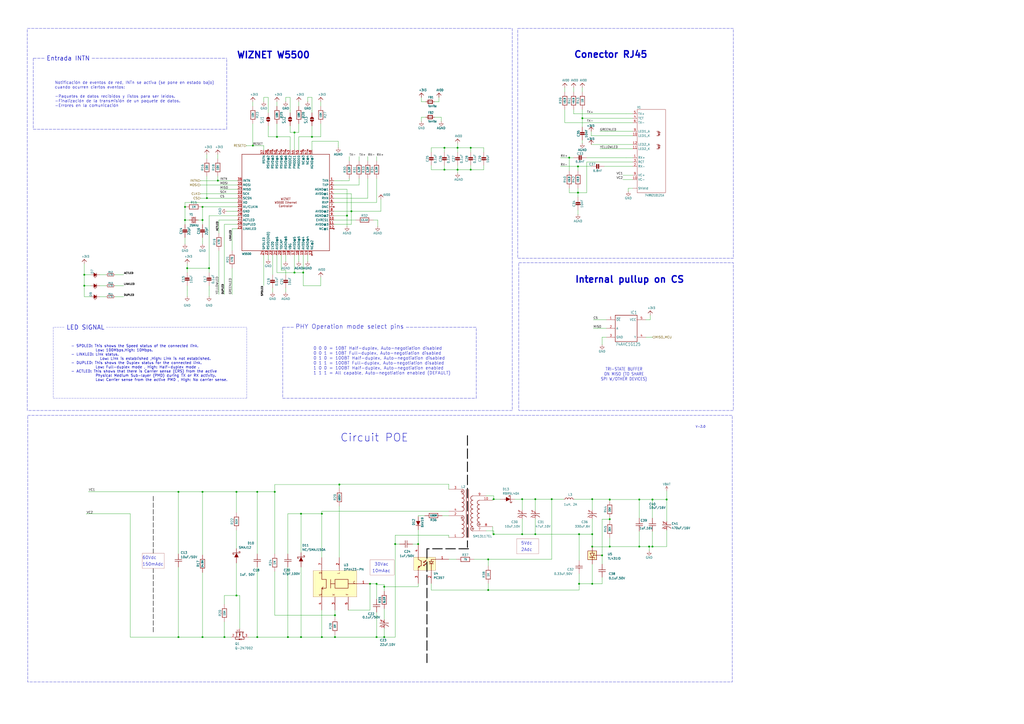
<source format=kicad_sch>
(kicad_sch (version 20231120) (generator "eeschema") (generator_version "8.0")
  (paper "A2")
  (lib_symbols
    (symbol "A-NET-altium-import:root_0_AL-CAP-D 8.0mm_SMD"
      (symbol "root_0_AL-CAP-D 8.0mm_SMD_1_0"
        (text "+" (at -2.794 0.508 0) (effects (font (size 1.27 1.27)) (justify left top)))
        (pin passive line (at 0 -5.08 90) (length 2.032) (name "C") (number "1"))
        (pin passive line (at 0 0 270) (length 2.032) (name "A") (number "2"))
      )
    )
    (symbol "A-NET-altium-import:root_0_DIODE-Shottky (SOD-323)"
      (symbol "root_0_DIODE-Shottky (SOD-323)_1_0"
        (pin passive line (at -2.54 0 0) (length 2.54) (name "A") (number "1"))
        (pin passive line (at 5.842 0 180) (length 2.54) (name "K") (number "2"))
      )
    )
    (symbol "A-NET-altium-import:root_0_DPA423"
      (property "Reference" "U3" (at 25.4 7.62 0))
      (property "Value" "DPA423-PN" (at 25.4 5.08 0))
      (symbol "root_0_DPA423_1_0"
        (text "C" (at 30.734 -2.54 0) (effects (font (size 1.27 1.27)) (justify left bottom)))
        (text "D" (at 12.7 3.048 900) (effects (font (size 1.27 1.27)) (justify left bottom)))
        (text "F" (at 28.194 -9.398 900) (effects (font (size 1.27 1.27)) (justify left bottom)))
        (text "L" (at 23.114 3.048 900) (effects (font (size 1.27 1.27)) (justify left bottom)))
        (text "S" (at 12.7 -9.652 900) (effects (font (size 1.27 1.27)) (justify left bottom)))
        (text "X" (at 20.32 -9.652 900) (effects (font (size 1.27 1.27)) (justify left bottom)))
        (pin passive line (at 40.64 -2.54 180) (length 7.62) (name "C") (number "1"))
        (pin passive line (at 22.86 12.7 270) (length 7.62) (name "L") (number "2"))
        (pin passive line (at 20.32 -17.78 90) (length 7.62) (name "X") (number "3"))
        (pin passive line (at 12.7 -17.78 90) (length 7.62) (name "S") (number "4"))
        (pin passive line (at 27.94 -17.78 90) (length 7.62) (name "F") (number "5"))
        (pin passive line (at 12.7 12.7 270) (length 7.62) (name "D") (number "7"))
      )
    )
    (symbol "A-NET-altium-import:root_0_IND-0805"
      (symbol "root_0_IND-0805_1_0"
        (pin passive line (at 0 0 0) (length 0.762) (name "1") (number "1"))
        (pin passive line (at 6.096 0 180) (length 0.762) (name "2") (number "2"))
      )
    )
    (symbol "A-NET-altium-import:root_0_PC357"
      (property "Reference" "U4" (at 16.51 -7.62 0))
      (property "Value" "PC357" (at 16.51 -10.16 0))
      (symbol "root_0_PC357_1_0"
        (pin passive line (at 25.4 1.27 180) (length 7.62) (name "") (number "1"))
        (pin passive line (at 15.24 -12.7 90) (length 7.62) (name "") (number "2"))
        (pin passive line (at 7.62 -12.7 90) (length 7.62) (name "") (number "3"))
        (pin passive line (at 7.62 10.16 270) (length 7.62) (name "") (number "4"))
      )
    )
    (symbol "A-NET-altium-import:root_0_SM13117EL"
      (property "Reference" "L2" (at -4.254 13.462 0))
      (property "Value" "SM13117EL" (at 2.54 -15.24 0))
      (symbol "root_0_SM13117EL_1_0"
        (pin passive line (at -11.43 -15.24 0) (length 7.62) (name "1") (number "1"))
        (pin passive line (at 13.97 6.35 180) (length 7.62) (name "10") (number "10"))
        (pin passive line (at -11.43 -2.54 0) (length 7.62) (name "2") (number "2"))
        (pin passive line (at -11.43 12.7 0) (length 7.62) (name "3") (number "3"))
        (pin passive line (at -11.43 0 0) (length 7.62) (name "4") (number "4"))
        (pin passive line (at 10.16 -11.43 180) (length 7.62) (name "7") (number "7"))
        (pin passive line (at 13.97 -8.89 180) (length 7.62) (name "8") (number "8"))
        (pin passive line (at 10.16 8.89 180) (length 7.62) (name "9") (number "9"))
      )
    )
    (symbol "A-NET-altium-import:root_0_TANTAL_CASE A(3216)"
      (symbol "root_0_TANTAL_CASE A(3216)_1_0"
        (text "+" (at -2.794 0.508 0) (effects (font (size 1.27 1.27)) (justify left top)))
        (pin passive line (at 0 -5.08 90) (length 2.032) (name "C") (number "1"))
        (pin passive line (at 0 0 270) (length 2.032) (name "A") (number "2"))
      )
    )
    (symbol "A-NET-altium-import:root_1_CAP-0603"
      (symbol "root_1_CAP-0603_1_0"
        (pin passive line (at 2.54 -2.54 90) (length 2.54) (name "1") (number "1"))
        (pin passive line (at 2.54 5.08 270) (length 2.54) (name "2") (number "2"))
      )
    )
    (symbol "A-NET-altium-import:root_1_CAP-0805"
      (symbol "root_1_CAP-0805_1_0"
        (pin passive line (at 2.54 -2.54 90) (length 2.54) (name "1") (number "1"))
        (pin passive line (at 2.54 5.08 270) (length 2.54) (name "2") (number "2"))
      )
    )
    (symbol "A-NET-altium-import:root_1_CAP-1808"
      (symbol "root_1_CAP-1808_1_0"
        (pin passive line (at 2.54 -2.54 90) (length 2.54) (name "1") (number "1"))
        (pin passive line (at 2.54 5.08 270) (length 2.54) (name "2") (number "2"))
      )
    )
    (symbol "A-NET-altium-import:root_1_DIODE-Shottky (SOD-323)"
      (symbol "root_1_DIODE-Shottky (SOD-323)_1_0"
        (pin passive line (at 0 -2.54 90) (length 2.54) (name "A") (number "1"))
        (pin passive line (at 0 5.842 270) (length 2.54) (name "K") (number "2"))
      )
    )
    (symbol "A-NET-altium-import:root_2_CAP-0805"
      (symbol "root_2_CAP-0805_1_0"
        (pin passive line (at 2.54 2.54 180) (length 2.54) (name "1") (number "1"))
        (pin passive line (at -5.08 2.54 0) (length 2.54) (name "2") (number "2"))
      )
    )
    (symbol "A-NET-altium-import:root_2_DIODE-BAT60A"
      (symbol "root_2_DIODE-BAT60A_1_0"
        (pin passive line (at -5.08 0 0) (length 2.54) (name "K") (number "1"))
        (pin passive line (at 2.54 0 180) (length 2.54) (name "A") (number "2"))
      )
    )
    (symbol "A-NET-altium-import:root_2_TL431IDBZT"
      (symbol "root_2_TL431IDBZT_1_0"
        (pin passive line (at 0 -5.08 90) (length 2.54) (name "CATHODE") (number "1"))
        (pin passive line (at 5.08 0 180) (length 2.54) (name "REF") (number "2"))
        (pin passive line (at 0 5.08 270) (length 2.54) (name "ANODE") (number "3"))
      )
    )
    (symbol "A-NET-altium-import:root_3_CAP-1808"
      (symbol "root_3_CAP-1808_1_0"
        (pin passive line (at -2.54 2.54 270) (length 2.54) (name "1") (number "1"))
        (pin passive line (at -2.54 -5.08 90) (length 2.54) (name "2") (number "2"))
      )
    )
    (symbol "A-NET-altium-import:root_3_Q-2N7002"
      (symbol "root_3_Q-2N7002_1_0"
        (pin passive line (at 0 2.54 270) (length 2.032) (name "G") (number "1"))
        (pin passive line (at -5.08 -2.54 0) (length 2.54) (name "S") (number "2"))
        (pin passive line (at 5.08 -2.54 180) (length 2.54) (name "D") (number "3"))
      )
    )
    (symbol "ArchiBot-eagle-import:3.3V" (power)
      (symbol "3.3V_1_0"
        (pin power_in line (at 0 -2.54 90) (length 2.54) (name "3.3V") (number "1"))
      )
    )
    (symbol "ArchiBot-eagle-import:74AHC1G125"
      (property "Reference" "IC1" (at 7.62 10.16 0))
      (property "Value" "74AHC1G125" (at -5.08 -10.16 0))
      (symbol "74AHC1G125_1_0"
        (pin input line (at -10.16 5.08 0) (length 5.08) (name "~{OE}") (number "1"))
        (pin input line (at -10.16 0 0) (length 5.08) (name "A") (number "2"))
        (pin power_in line (at -10.16 -5.08 0) (length 5.08) (name "GND") (number "3"))
        (pin output line (at 12.7 -5.08 180) (length 5.08) (name "Y") (number "4"))
        (pin power_in line (at 12.7 5.08 180) (length 5.08) (name "VCC") (number "5"))
      )
    )
    (symbol "ArchiBot-eagle-import:AVDD" (power)
      (symbol "AVDD_1_0"
        (pin power_in line (at 0 -2.54 90) (length 2.54) (name "AVDD") (number "1"))
      )
    )
    (symbol "ArchiBot-eagle-import:CAP_CERAMIC0603_NO"
      (property "Reference" "C" (at -2.29 1.25 90))
      (symbol "CAP_CERAMIC0603_NO_1_0"
        (pin passive line (at 0 5.08 270) (length 2.54) (name "1") (number "1"))
        (pin passive line (at 0 -2.54 90) (length 2.54) (name "2") (number "2"))
      )
    )
    (symbol "ArchiBot-eagle-import:CAP_CERAMIC0805-NOOUTLINE"
      (property "Reference" "C" (at -2.29 1.25 90))
      (symbol "CAP_CERAMIC0805-NOOUTLINE_1_0"
        (pin passive line (at 0 5.08 270) (length 2.54) (name "1") (number "1"))
        (pin passive line (at 0 -2.54 90) (length 2.54) (name "2") (number "2"))
      )
    )
    (symbol "ArchiBot-eagle-import:CRYSTAL3.2X2.5"
      (property "Reference" "Y" (at -2.54 2.54 0))
      (symbol "CRYSTAL3.2X2.5_1_0"
        (pin passive line (at -2.54 0 0) (length 0) (name "1") (number "1"))
        (pin passive line (at 2.54 0 180) (length 0) (name "2") (number "2"))
      )
    )
    (symbol "ArchiBot-eagle-import:FERRITE-0805NO"
      (property "Reference" "FB" (at -1.27 1.905 0))
      (symbol "FERRITE-0805NO_1_0"
        (pin passive line (at -2.54 0 0) (length 2.54) (name "P$1") (number "1"))
        (pin passive line (at 2.54 0 180) (length 2.54) (name "P$2") (number "2"))
      )
    )
    (symbol "ArchiBot-eagle-import:RESISTOR_0603_NOOUT"
      (property "Reference" "R" (at 0 2.54 0))
      (symbol "RESISTOR_0603_NOOUT_1_0"
        (pin passive line (at -5.08 0 0) (length 2.54) (name "1") (number "1"))
        (pin passive line (at 5.08 0 180) (length 2.54) (name "2") (number "2"))
      )
    )
    (symbol "ArchiBot-eagle-import:WIZNET_W5500"
      (property "Value" "W5500" (at -25.4 -27.94 0))
      (symbol "WIZNET_W5500_1_0"
        (text "WIZNET\nW5500 Ethernet\nController" (at 0 2.54 0) (effects (font (size 1.27 1.0795))))
        (pin output line (at 27.94 15.24 180) (length 2.54) (name "TXN") (number "1"))
        (pin bidirectional line (at 27.94 -7.62 180) (length 2.54) (name "EXRES1") (number "10"))
        (pin power_in line (at 27.94 -10.16 180) (length 2.54) (name "AVDD@3") (number "11"))
        (pin no_connect line (at 27.94 -12.7 180) (length 2.54) (name "NC@1") (number "12"))
        (pin no_connect line (at 15.24 -27.94 90) (length 2.54) (name "NC@2") (number "13"))
        (pin power_in line (at 12.7 -27.94 90) (length 2.54) (name "AGND@4") (number "14"))
        (pin power_in line (at 10.16 -27.94 90) (length 2.54) (name "AVDD@4") (number "15"))
        (pin power_in line (at 7.62 -27.94 90) (length 2.54) (name "AGND@5") (number "16"))
        (pin power_in line (at 5.08 -27.94 90) (length 2.54) (name "AVDD@5") (number "17"))
        (pin output line (at 2.54 -27.94 90) (length 2.54) (name "VBG") (number "18"))
        (pin power_in line (at 0 -27.94 90) (length 2.54) (name "AGND@6") (number "19"))
        (pin output line (at 27.94 12.7 180) (length 2.54) (name "TXP") (number "2"))
        (pin output line (at -2.54 -27.94 90) (length 2.54) (name "TOCAP") (number "20"))
        (pin power_in line (at -5.08 -27.94 90) (length 2.54) (name "AVDD@6") (number "21"))
        (pin power_in line (at -7.62 -27.94 90) (length 2.54) (name "1V20") (number "22"))
        (pin input line (at -10.16 -27.94 90) (length 2.54) (name "RSVD(GND)") (number "23"))
        (pin output line (at -12.7 -27.94 90) (length 2.54) (name "SPDLED") (number "24"))
        (pin output line (at -27.94 -12.7 0) (length 2.54) (name "LINKLED") (number "25"))
        (pin output line (at -27.94 -10.16 0) (length 2.54) (name "DUPLED") (number "26"))
        (pin output line (at -27.94 -7.62 0) (length 2.54) (name "ACTLED") (number "27"))
        (pin power_in line (at -27.94 -5.08 0) (length 2.54) (name "VDD") (number "28"))
        (pin power_in line (at -27.94 -2.54 0) (length 2.54) (name "GND") (number "29"))
        (pin power_in line (at 27.94 10.16 180) (length 2.54) (name "AGND@1") (number "3"))
        (pin input line (at -27.94 0 0) (length 2.54) (name "XI/CLKIN") (number "30"))
        (pin output line (at -27.94 2.54 0) (length 2.54) (name "XO") (number "31"))
        (pin input line (at -27.94 5.08 0) (length 2.54) (name "SCSN") (number "32"))
        (pin input line (at -27.94 7.62 0) (length 2.54) (name "SCK") (number "33"))
        (pin output line (at -27.94 10.16 0) (length 2.54) (name "MISO") (number "34"))
        (pin input line (at -27.94 12.7 0) (length 2.54) (name "MOSI") (number "35"))
        (pin output line (at -27.94 15.24 0) (length 2.54) (name "INTN") (number "36"))
        (pin input line (at -12.7 33.02 270) (length 2.54) (name "RSTN") (number "37"))
        (pin no_connect line (at -10.16 33.02 270) (length 2.54) (name "RSVD@2") (number "38"))
        (pin no_connect line (at -7.62 33.02 270) (length 2.54) (name "RSVD@3") (number "39"))
        (pin power_in line (at 27.94 7.62 180) (length 2.54) (name "AVDD@1") (number "4"))
        (pin no_connect line (at -5.08 33.02 270) (length 2.54) (name "RSVD@4") (number "40"))
        (pin no_connect line (at -2.54 33.02 270) (length 2.54) (name "RSVD@5") (number "41"))
        (pin no_connect line (at 0 33.02 270) (length 2.54) (name "RSVD@6") (number "42"))
        (pin input line (at 2.54 33.02 270) (length 2.54) (name "PMODE2") (number "43"))
        (pin input line (at 5.08 33.02 270) (length 2.54) (name "PMODE1") (number "44"))
        (pin input line (at 7.62 33.02 270) (length 2.54) (name "PMODE0") (number "45"))
        (pin no_connect line (at 10.16 33.02 270) (length 2.54) (name "NC@3") (number "46"))
        (pin no_connect line (at 12.7 33.02 270) (length 2.54) (name "NC@4") (number "47"))
        (pin power_in line (at 15.24 33.02 270) (length 2.54) (name "AGND@7") (number "48"))
        (pin input line (at 27.94 5.08 180) (length 2.54) (name "RXN") (number "5"))
        (pin input line (at 27.94 2.54 180) (length 2.54) (name "RXP") (number "6"))
        (pin no_connect line (at 27.94 0 180) (length 2.54) (name "DNC") (number "7"))
        (pin power_in line (at 27.94 -2.54 180) (length 2.54) (name "AVDD@2") (number "8"))
        (pin power_in line (at 27.94 -5.08 180) (length 2.54) (name "AGND@2") (number "9"))
      )
    )
    (symbol "Device:LED_Small_Filled" (pin_numbers hide) (pin_names (offset 0.254) hide)
      (property "Reference" "D" (at -1.27 3.175 0))
      (property "Value" "LED_Small_Filled" (at -4.445 -2.54 0))
      (symbol "LED_Small_Filled_1_1"
        (pin passive line (at -2.54 0 0) (length 1.778) (name "K") (number "1"))
        (pin passive line (at 2.54 0 180) (length 1.778) (name "A") (number "2"))
      )
    )
    (symbol "Device:R_Small" (pin_numbers hide) (pin_names (offset 0.254) hide)
      (property "Reference" "R" (at 0.762 0.508 0))
      (property "Value" "R_Small" (at 0.762 -1.016 0))
      (symbol "R_Small_1_1"
        (pin passive line (at 0 2.54 270) (length 0.762) (name "~") (number "1"))
        (pin passive line (at 0 -2.54 90) (length 0.762) (name "~") (number "2"))
      )
    )
    (symbol "Jumper:SolderJumper_2_Open" (pin_numbers hide) (pin_names (offset 0) hide) (exclude_from_sim yes) (in_bom no)
      (property "Reference" "JP" (at 0 2.032 0))
      (property "Value" "SolderJumper_2_Open" (at 0 -2.54 0))
      (symbol "SolderJumper_2_Open_1_1"
        (pin passive line (at -3.81 0 0) (length 2.54) (name "A") (number "1"))
        (pin passive line (at 3.81 0 180) (length 2.54) (name "B") (number "2"))
      )
    )
    (symbol "archi:RJ45POE-1-2250024-1"
      (property "Reference" "X1" (at -7.62 19.05 0))
      (property "Value" "7499210121A" (at -3.302 -32.004 0))
      (symbol "RJ45POE-1-2250024-1_1_0"
        (pin bidirectional line (at -10.16 -27.94 0) (length 2.54) (name "Shield") (number ""))
        (pin bidirectional line (at -10.16 -10.16 0) (length 2.54) (name "RX+") (number "1"))
        (pin bidirectional line (at -10.16 2.54 0) (length 2.54) (name "LED1_K") (number "10"))
        (pin bidirectional line (at -10.16 -22.86 0) (length 2.54) (name "VC-") (number "10"))
        (pin bidirectional line (at -10.16 -5.08 0) (length 2.54) (name "LED2_K") (number "11"))
        (pin bidirectional line (at -10.16 -2.54 0) (length 2.54) (name "LED2_A") (number "12"))
        (pin bidirectional line (at -10.16 -15.24 0) (length 2.54) (name "RX-") (number "2"))
        (pin bidirectional line (at -10.16 -12.7 0) (length 2.54) (name "RCT") (number "3"))
        (pin bidirectional line (at -10.16 12.7 0) (length 2.54) (name "TCT") (number "4"))
        (pin bidirectional line (at -10.16 15.24 0) (length 2.54) (name "TX+") (number "5"))
        (pin bidirectional line (at -10.16 10.16 0) (length 2.54) (name "TX-") (number "6"))
        (pin bidirectional line (at -10.16 5.08 0) (length 2.54) (name "LED1_A") (number "9"))
        (pin bidirectional line (at -10.16 -20.32 0) (length 2.54) (name "VC+") (number "9"))
      )
    )
    (symbol "power:GND" (power) (pin_numbers hide) (pin_names (offset 0) hide)
      (property "Value" "GND" (at 0 -3.81 0))
      (symbol "GND_1_1"
        (pin power_in line (at 0 0 270) (length 0) (name "~") (number "1"))
      )
    )
    (symbol "power:VBUS" (power) (pin_numbers hide) (pin_names (offset 0) hide)
      (property "Value" "VBUS" (at 0 3.556 0))
      (symbol "VBUS_1_1"
        (pin power_in line (at 0 0 90) (length 0) (name "~") (number "1"))
      )
    )
  )
  (junction (at 108.585 155.575))
  (junction (at 378.465 289.755))
  (junction (at 103.505 285.31))
  (junction (at 320.045 289.56))
  (junction (at 149.225 285.31))
  (junction (at 335.28 111.76))
  (junction (at 310.515 309.88))
  (junction (at 196.855 281.06))
  (junction (at 107.315 120.015))
  (junction (at 353.7 317.06))
  (junction (at 174.625 298.01))
  (junction (at 48.895 165.735))
  (junction (at 273.05 98.425))
  (junction (at 121.285 155.575))
  (junction (at 194.31 356.87))
  (junction (at 174.625 369.57))
  (junction (at 117.475 369.57))
  (junction (at 137.165 345.44))
  (junction (at 120.015 114.935))
  (junction (at 160.655 79.375))
  (junction (at 283.21 342.265))
  (junction (at 159.385 285.31))
  (junction (at 107.315 127.635))
  (junction (at 180.975 79.375))
  (junction (at 229.235 315.595))
  (junction (at 257.81 98.425))
  (junction (at 283.21 324.485))
  (junction (at 335.28 96.52))
  (junction (at 186.695 298.01))
  (junction (at 378.465 317.06))
  (junction (at 343.535 309.88))
  (junction (at 349.255 322.14))
  (junction (at 335.915 338.65))
  (junction (at 170.815 158.115))
  (junction (at 335.915 309.88))
  (junction (at 370.845 317.06))
  (junction (at 353.7 289.755))
  (junction (at 337.82 68.58))
  (junction (at 137.165 285.31))
  (junction (at 130.175 369.57))
  (junction (at 203.835 122.555))
  (junction (at 222.885 340.36))
  (junction (at 218.44 338.65))
  (junction (at 343.535 289.56))
  (junction (at 222.885 369.57))
  (junction (at 343.54 317.06))
  (junction (at 343.54 338.65))
  (junction (at 194.31 369.57))
  (junction (at 48.895 159.385))
  (junction (at 242.57 315.595))
  (junction (at 214.635 338.65))
  (junction (at 353.7 301.185))
  (junction (at 370.845 289.755))
  (junction (at 286.385 289.56))
  (junction (at 265.43 98.425))
  (junction (at 273.05 85.725))
  (junction (at 302.895 309.88))
  (junction (at 386.72 289.755))
  (junction (at 201.295 125.095))
  (junction (at 117.475 285.31))
  (junction (at 302.895 289.56))
  (junction (at 186.695 369.57))
  (junction (at 146.685 84.455))
  (junction (at 170.815 76.835))
  (junction (at 218.445 369.57))
  (junction (at 310.515 289.56))
  (junction (at 265.43 85.725))
  (junction (at 149.225 369.57))
  (junction (at 117.475 127.635))
  (junction (at 175.895 158.115))
  (junction (at 167.005 369.57))
  (junction (at 117.475 120.015))
  (junction (at 126.365 104.775))
  (junction (at 103.505 369.57))
  (junction (at 286.385 309.88))
  (junction (at 330.2 91.44))
  (junction (at 376.56 317.06))
  (junction (at 257.81 85.725))
  (wire (pts (xy 130.175 360.68) (xy 130.175 369.57)))
  (wire (pts (xy 302.895 289.56) (xy 302.895 295.91)))
  (wire (pts (xy 163.195 156.845) (xy 165.735 156.845)) (stroke (width 0.1524)))
  (wire (pts (xy 335.28 99.06) (xy 335.28 96.52)) (stroke (width 0.1524)))
  (wire (pts (xy 198.12 104.775) (xy 202.565 104.775)))
  (wire (pts (xy 130.175 345.44) (xy 137.165 345.44)))
  (wire (pts (xy 325.12 91.44) (xy 330.2 91.44)) (stroke (width 0.1524)))
  (wire (pts (xy 361.315 104.14) (xy 367.03 104.14)))
  (wire (pts (xy 335.915 325.12) (xy 335.915 309.88)))
  (wire (pts (xy 386.72 317.06) (xy 378.465 317.06)))
  (wire (pts (xy 327.66 71.12) (xy 367.03 71.12)) (stroke (width 0.1524)))
  (wire (pts (xy 342.9 78.74) (xy 342.9 76.2)) (stroke (width 0.1524)))
  (wire (pts (xy 229.235 315.595) (xy 231.775 315.595)))
  (wire (pts (xy 353.7 317.06) (xy 353.7 317.255)))
  (wire (pts (xy 137.795 125.095) (xy 121.285 125.095)) (stroke (width 0.1524)))
  (wire (pts (xy 186.695 369.57) (xy 186.695 353.89)))
  (wire (pts (xy 121.285 165.735) (xy 121.285 168.275)) (stroke (width 0.1524)))
  (wire (pts (xy 335.915 332.74) (xy 335.915 338.65)))
  (wire (pts (xy 370.845 317.06) (xy 376.56 317.06)))
  (wire (pts (xy 108.585 168.275) (xy 108.585 172.085)))
  (wire (pts (xy 133.985 369.57) (xy 130.175 369.57)))
  (wire (pts (xy 173.355 76.835) (xy 173.355 71.755)) (stroke (width 0.1524)))
  (wire (pts (xy 351.79 195.58) (xy 349.25 195.58)) (stroke (width 0.1524)))
  (wire (pts (xy 250.19 338.455) (xy 250.19 342.265)))
  (wire (pts (xy 347.98 76.2) (xy 367.03 76.2)) (stroke (width 0.1524)))
  (wire (pts (xy 137.165 307.535) (xy 137.165 318.203)))
  (wire (pts (xy 374.65 185.42) (xy 377.19 185.42)) (stroke (width 0.1524)))
  (wire (pts (xy 250.19 85.725) (xy 257.81 85.725)) (stroke (width 0.1524)))
  (wire (pts (xy 66.675 159.385) (xy 71.755 159.385)))
  (wire (pts (xy 285.75 290.195) (xy 285.75 289.56)))
  (wire (pts (xy 330.2 111.76) (xy 335.28 111.76)) (stroke (width 0.1524)))
  (wire (pts (xy 149.225 321.31) (xy 149.225 285.31)))
  (wire (pts (xy 194.31 369.57) (xy 218.445 369.57)))
  (wire (pts (xy 193.675 104.775) (xy 198.12 104.775)) (stroke (width 0.1524)))
  (wire (pts (xy 349.255 327.22) (xy 349.255 322.14)))
  (wire (pts (xy 167.005 321.31) (xy 167.005 298.01)))
  (wire (pts (xy 244.475 70.485) (xy 244.475 67.945)) (stroke (width 0.1524)))
  (wire (pts (xy 116.205 107.315) (xy 137.795 107.315)) (stroke (width 0.1524)))
  (wire (pts (xy 75.565 369.57) (xy 75.565 298.01)))
  (wire (pts (xy 121.285 158.115) (xy 121.285 155.575)) (stroke (width 0.1524)))
  (wire (pts (xy 219.075 127.635) (xy 219.075 131.445)) (stroke (width 0.1524)))
  (wire (pts (xy 218.44 117.475) (xy 218.44 103.505)) (stroke (width 0.1524)))
  (polyline (pts (xy 143.129 231.013) (xy 143.129 189.865)) (stroke (width 0.1016) (type dash)))
  (wire (pts (xy 364.49 109.22) (xy 364.49 111.125)) (stroke (width 0.1524)))
  (wire (pts (xy 353.7 300.55) (xy 353.7 301.185)))
  (wire (pts (xy 168.275 56.515) (xy 165.735 56.515)) (stroke (width 0.1524)))
  (wire (pts (xy 344.17 185.42) (xy 351.79 185.42)) (stroke (width 0.1524)))
  (wire (pts (xy 255.905 70.485) (xy 255.905 67.945)))
  (wire (pts (xy 196.215 81.915) (xy 196.215 84.455)) (stroke (width 0.1524)))
  (wire (pts (xy 280.67 85.725) (xy 280.67 88.265)) (stroke (width 0.1524)))
  (wire (pts (xy 342.9 83.82) (xy 367.03 83.82)) (stroke (width 0.1524)))
  (wire (pts (xy 137.165 285.31) (xy 149.225 285.31)))
  (wire (pts (xy 335.915 338.65) (xy 335.915 342.265)))
  (wire (pts (xy 103.505 328.93) (xy 103.505 369.57)))
  (polyline (pts (xy 88.905 287.85) (xy 88.905 320.87)) (stroke (width 0.254) (type dash) (color 0 0 0 1)))
  (wire (pts (xy 175.895 158.115) (xy 170.815 158.115)) (stroke (width 0.1524)))
  (wire (pts (xy 126.365 92.075) (xy 126.365 89.535)) (stroke (width 0.1524)))
  (wire (pts (xy 173.355 150.495) (xy 173.355 151.765)))
  (wire (pts (xy 149.225 369.57) (xy 167.005 369.57)))
  (wire (pts (xy 155.575 150.495) (xy 155.575 147.955)) (stroke (width 0.1524)))
  (wire (pts (xy 130.175 130.175) (xy 130.175 170.815)))
  (wire (pts (xy 117.475 321.945) (xy 117.475 285.31)))
  (wire (pts (xy 365.125 109.22) (xy 367.03 109.22)))
  (wire (pts (xy 174.625 328.93) (xy 174.625 369.57)))
  (wire (pts (xy 153.035 84.455) (xy 146.685 84.455)) (stroke (width 0.1524)))
  (wire (pts (xy 310.515 289.56) (xy 310.515 295.91)))
  (wire (pts (xy 220.98 122.555) (xy 203.835 122.555)) (stroke (width 0.1524)))
  (wire (pts (xy 108.585 153.035) (xy 108.585 155.575)) (stroke (width 0.1524)))
  (wire (pts (xy 340.36 111.76) (xy 335.28 111.76)) (stroke (width 0.1524)))
  (wire (pts (xy 218.44 338.65) (xy 218.445 338.65)))
  (wire (pts (xy 342.9 78.74) (xy 367.03 78.74)) (stroke (width 0.1524)))
  (wire (pts (xy 186.055 165.735) (xy 175.895 165.735)) (stroke (width 0.1524)))
  (wire (pts (xy 103.505 369.57) (xy 75.565 369.57)))
  (wire (pts (xy 220.98 115.57) (xy 220.98 122.555)) (stroke (width 0.1524)))
  (polyline (pts (xy 30.861 231.013) (xy 143.129 231.013)) (stroke (width 0.1016) (type dash)))
  (wire (pts (xy 120.015 114.935) (xy 137.795 114.935)) (stroke (width 0.1524)))
  (wire (pts (xy 349.255 322.14) (xy 348.62 322.14)))
  (wire (pts (xy 208.28 107.315) (xy 208.28 103.505)) (stroke (width 0.1524)))
  (wire (pts (xy 214.635 338.65) (xy 218.44 338.65)))
  (wire (pts (xy 159.385 321.31) (xy 159.385 285.31)))
  (wire (pts (xy 174.625 369.57) (xy 186.695 369.57)))
  (wire (pts (xy 361.315 101.6) (xy 367.03 101.6)))
  (wire (pts (xy 343.535 289.56) (xy 353.7 289.56)))
  (wire (pts (xy 139.065 364.49) (xy 139.065 345.44)))
  (wire (pts (xy 286.385 289.56) (xy 290.195 289.56)))
  (wire (pts (xy 265.43 98.425) (xy 265.43 100.33)) (stroke (width 0.1524)))
  (wire (pts (xy 175.895 165.735) (xy 175.895 158.115)) (stroke (width 0.1524)))
  (wire (pts (xy 160.655 59.055) (xy 160.655 61.595)) (stroke (width 0.1524)))
  (wire (pts (xy 193.675 114.935) (xy 213.36 114.935)) (stroke (width 0.1524)))
  (polyline (pts (xy 88.905 366.59) (xy 88.905 329.76)) (stroke (width 0.254) (type dash) (color 0 0 0 1)))
  (wire (pts (xy 343.54 338.65) (xy 343.54 327.22)))
  (wire (pts (xy 363.22 91.44) (xy 367.03 91.44)))
  (wire (pts (xy 170.815 76.835) (xy 168.275 76.835)) (stroke (width 0.1524)))
  (wire (pts (xy 201.295 131.445) (xy 201.295 125.095)))
  (wire (pts (xy 121.285 155.575) (xy 108.585 155.575)) (stroke (width 0.1524)))
  (wire (pts (xy 186.055 160.655) (xy 186.055 165.735)))
  (wire (pts (xy 117.475 369.57) (xy 130.175 369.57)))
  (wire (pts (xy 343.54 309.88) (xy 343.54 317.06)))
  (wire (pts (xy 302.895 309.88) (xy 310.515 309.88)))
  (wire (pts (xy 378.465 317.06) (xy 376.56 317.06)))
  (polyline (pts (xy 163.957 231.013) (xy 276.225 231.013)) (stroke (width 0) (type dash)))
  (wire (pts (xy 180.975 64.135) (xy 180.975 56.515)) (stroke (width 0.1524)))
  (wire (pts (xy 330.2 109.22) (xy 330.2 111.76)) (stroke (width 0.1524)))
  (wire (pts (xy 332.74 53.34) (xy 332.74 50.8)) (stroke (width 0.1524)))
  (wire (pts (xy 274.955 324.485) (xy 283.21 324.485)))
  (wire (pts (xy 353.7 301.185) (xy 353.7 301.82)))
  (wire (pts (xy 378.465 308.17) (xy 378.465 317.06)))
  (wire (pts (xy 242.57 307.34) (xy 242.57 315.595)))
  (wire (pts (xy 229.235 310.515) (xy 260.35 310.515)))
  (wire (pts (xy 159.385 281.06) (xy 159.385 285.31)))
  (wire (pts (xy 213.36 114.935) (xy 213.36 103.505)) (stroke (width 0.1524)))
  (wire (pts (xy 340.36 93.98) (xy 367.03 93.98)) (stroke (width 0.1524)))
  (wire (pts (xy 153.035 56.515) (xy 153.035 59.055)) (stroke (width 0.1524)))
  (wire (pts (xy 257.81 88.265) (xy 257.81 85.725)) (stroke (width 0.1524)))
  (wire (pts (xy 335.28 109.22) (xy 335.28 111.76)) (stroke (width 0.1524)))
  (wire (pts (xy 178.435 147.955) (xy 178.435 151.765)) (stroke (width 0.1524)))
  (wire (pts (xy 244.475 67.945) (xy 247.015 67.945)) (stroke (width 0.1524)))
  (polyline (pts (xy 25.654 33.782) (xy 19.304 33.782)) (stroke (width 0.1524) (type dash)))
  (wire (pts (xy 158.115 167.005) (xy 158.115 169.545)))
  (wire (pts (xy 165.735 156.845) (xy 165.735 159.385)))
  (wire (pts (xy 117.475 127.635) (xy 117.475 130.175)) (stroke (width 0.1524)))
  (wire (pts (xy 340.36 91.44) (xy 363.22 91.44)) (stroke (width 0.1524)))
  (wire (pts (xy 256.54 299.085) (xy 260.35 299.085)))
  (wire (pts (xy 160.655 147.955) (xy 160.655 158.115)) (stroke (width 0.1524)))
  (wire (pts (xy 158.115 147.955) (xy 158.115 159.385)) (stroke (width 0.1524)))
  (wire (pts (xy 127 145.415) (xy 127 170.815)) (stroke (width 0.1524)))
  (wire (pts (xy 180.975 56.515) (xy 178.435 56.515)) (stroke (width 0.1524)))
  (wire (pts (xy 327.66 71.12) (xy 327.66 63.5)) (stroke (width 0.1524)))
  (wire (pts (xy 247.015 59.055) (xy 244.475 59.055)) (stroke (width 0.1524)))
  (polyline (pts (xy 271.785 318.33) (xy 247.655 318.33)) (stroke (width 0.508) (type dash) (color 0 0 0 1)))
  (wire (pts (xy 168.275 79.375) (xy 160.655 79.375)) (stroke (width 0.1524)))
  (wire (pts (xy 159.385 285.31) (xy 149.225 285.31)))
  (wire (pts (xy 273.05 95.885) (xy 273.05 98.425)) (stroke (width 0.1524)))
  (polyline (pts (xy 19.304 33.782) (xy 19.304 74.93)) (stroke (width 0.1524) (type dash)))
  (wire (pts (xy 378.465 300.55) (xy 378.465 289.755)))
  (polyline (pts (xy 170.307 189.865) (xy 163.957 189.865)) (stroke (width 0) (type dash)))
  (wire (pts (xy 250.19 95.885) (xy 250.19 98.425)) (stroke (width 0.1524)))
  (wire (pts (xy 196.215 125.095) (xy 193.675 125.095)) (stroke (width 0.1524)))
  (wire (pts (xy 265.43 98.425) (xy 273.05 98.425)) (stroke (width 0.1524)))
  (wire (pts (xy 363.22 66.04) (xy 367.03 66.04)))
  (wire (pts (xy 242.57 340.36) (xy 242.57 338.455)))
  (wire (pts (xy 201.295 109.855) (xy 201.295 125.095)) (stroke (width 0.1524)))
  (wire (pts (xy 349.25 195.58) (xy 349.25 200.025)) (stroke (width 0.1524)))
  (wire (pts (xy 320.045 289.56) (xy 327.025 289.56)))
  (wire (pts (xy 250.19 88.265) (xy 250.19 85.725)) (stroke (width 0.1524)))
  (wire (pts (xy 344.17 190.5) (xy 351.79 190.5)) (stroke (width 0.1524)))
  (polyline (pts (xy 61.595 189.865) (xy 143.129 189.865)) (stroke (width 0.1016) (type dash)))
  (wire (pts (xy 194.31 368.3) (xy 194.31 369.57)))
  (wire (pts (xy 335.915 309.88) (xy 343.535 309.88)))
  (wire (pts (xy 107.315 137.795) (xy 107.315 141.605)) (stroke (width 0.1524)))
  (wire (pts (xy 265.43 95.885) (xy 265.43 98.425)) (stroke (width 0.1524)))
  (wire (pts (xy 201.935 353.89) (xy 214.635 353.89)))
  (wire (pts (xy 283.21 324.485) (xy 283.21 328.295)))
  (wire (pts (xy 376.56 317.06) (xy 376.56 319.6)))
  (wire (pts (xy 168.275 64.135) (xy 168.275 65.405)))
  (wire (pts (xy 168.275 64.135) (xy 168.275 56.515)) (stroke (width 0.1524)))
  (wire (pts (xy 254.635 59.055) (xy 254.635 56.515)) (stroke (width 0.1524)))
  (wire (pts (xy 365.125 109.22) (xy 364.49 109.22)) (stroke (width 0.1524)))
  (wire (pts (xy 265.43 88.265) (xy 265.43 85.725)) (stroke (width 0.1524)))
  (wire (pts (xy 298.577 289.56) (xy 302.895 289.56)))
  (wire (pts (xy 137.165 345.44) (xy 137.165 326.585)))
  (wire (pts (xy 52.705 172.085) (xy 48.895 172.085)))
  (wire (pts (xy 175.895 147.955) (xy 175.895 158.115)) (stroke (width 0.1524)))
  (wire (pts (xy 337.82 68.58) (xy 337.82 63.5)) (stroke (width 0.1524)))
  (polyline (pts (xy 53.34 33.782) (xy 131.572 33.782)) (stroke (width 0.1524) (type dash)))
  (wire (pts (xy 273.05 98.425) (xy 280.67 98.425)) (stroke (width 0.1524)))
  (wire (pts (xy 173.355 59.055) (xy 173.355 61.595)) (stroke (width 0.1524)))
  (wire (pts (xy 218.44 339.09) (xy 218.44 338.65)))
  (wire (pts (xy 159.385 331.47) (xy 159.385 356.87)))
  (wire (pts (xy 126.365 104.775) (xy 126.365 102.235)) (stroke (width 0.1524)))
  (wire (pts (xy 281.94 307.975) (xy 286.385 307.975)))
  (wire (pts (xy 193.675 130.175) (xy 203.835 130.175)) (stroke (width 0.1524)))
  (wire (pts (xy 337.82 73.66) (xy 337.82 68.58)) (stroke (width 0.1524)))
  (wire (pts (xy 153.035 86.995) (xy 153.035 84.455)) (stroke (width 0.1524)))
  (wire (pts (xy 386.72 307.535) (xy 386.72 317.06)))
  (wire (pts (xy 202.565 104.775) (xy 202.565 103.505)))
  (wire (pts (xy 337.82 53.34) (xy 337.82 50.8)) (stroke (width 0.1524)))
  (wire (pts (xy 335.28 96.52) (xy 342.9 96.52)) (stroke (width 0.1524)))
  (wire (pts (xy 353.7 311.98) (xy 353.7 317.06)))
  (wire (pts (xy 160.655 158.115) (xy 170.815 158.115)) (stroke (width 0.1524)))
  (wire (pts (xy 51.435 285.115) (xy 51.435 285.31)))
  (wire (pts (xy 255.905 67.945) (xy 252.095 67.945)))
  (wire (pts (xy 386.72 289.755) (xy 386.72 302.455)))
  (wire (pts (xy 107.315 117.475) (xy 107.315 120.015)) (stroke (width 0.1524)))
  (wire (pts (xy 193.675 107.315) (xy 208.28 107.315)) (stroke (width 0.1524)))
  (wire (pts (xy 340.36 93.98) (xy 340.36 111.76)) (stroke (width 0.1524)))
  (wire (pts (xy 343.535 295.91) (xy 343.535 289.56)))
  (wire (pts (xy 116.205 114.935) (xy 120.015 114.935)) (stroke (width 0.1524)))
  (wire (pts (xy 170.815 147.955) (xy 170.815 158.115)) (stroke (width 0.1524)))
  (wire (pts (xy 137.795 127.635) (xy 127 127.635)) (stroke (width 0.1524)))
  (wire (pts (xy 260.35 280.865) (xy 196.855 280.865)))
  (wire (pts (xy 286.385 307.975) (xy 286.385 309.88)))
  (wire (pts (xy 186.055 59.055) (xy 186.055 61.595)) (stroke (width 0.1524)))
  (wire (pts (xy 337.82 81.28) (xy 337.82 83.185)))
  (wire (pts (xy 378.465 289.755) (xy 370.845 289.755)))
  (wire (pts (xy 196.855 281.06) (xy 159.385 281.06)))
  (wire (pts (xy 280.67 98.425) (xy 280.67 95.885)) (stroke (width 0.1524)))
  (wire (pts (xy 50.165 298.01) (xy 75.565 298.01)))
  (wire (pts (xy 332.74 66.04) (xy 332.74 63.5)) (stroke (width 0.1524)))
  (wire (pts (xy 222.885 340.36) (xy 242.57 340.36)))
  (wire (pts (xy 350.52 96.52) (xy 367.03 96.52)) (stroke (width 0.1524)))
  (wire (pts (xy 180.975 86.995) (xy 180.975 81.915)) (stroke (width 0.1524)))
  (wire (pts (xy 134.62 132.715) (xy 134.62 145.415)) (stroke (width 0.1524)))
  (wire (pts (xy 222.885 369.57) (xy 222.885 364.49)))
  (wire (pts (xy 107.315 127.635) (xy 107.315 130.175)) (stroke (width 0.1524)))
  (polyline (pts (xy 131.572 74.93) (xy 131.572 33.782)) (stroke (width 0.1524) (type dash)))
  (wire (pts (xy 155.575 56.515) (xy 153.035 56.515)) (stroke (width 0.1524)))
  (wire (pts (xy 127 127.635) (xy 127 135.255)) (stroke (width 0.1524)))
  (wire (pts (xy 194.315 356.87) (xy 194.315 353.89)))
  (wire (pts (xy 48.895 172.085) (xy 48.895 165.735)))
  (wire (pts (xy 163.195 147.955) (xy 163.195 156.845)) (stroke (width 0.1524)))
  (wire (pts (xy 155.575 73.025) (xy 155.575 79.375)) (stroke (width 0.1524)))
  (polyline (pts (xy 19.304 74.93) (xy 131.572 74.93)) (stroke (width 0.1524) (type dash)))
  (wire (pts (xy 370.845 308.17) (xy 370.845 317.06)))
  (wire (pts (xy 281.94 287.655) (xy 286.385 287.655)))
  (wire (pts (xy 285.75 309.88) (xy 286.385 309.88)))
  (wire (pts (xy 203.835 130.175) (xy 203.835 122.555)) (stroke (width 0.1524)))
  (wire (pts (xy 120.015 92.075) (xy 120.015 89.535)))
  (wire (pts (xy 174.625 298.01) (xy 186.695 298.01)))
  (wire (pts (xy 186.695 298.01) (xy 186.695 323.41)))
  (wire (pts (xy 213.36 90.805) (xy 213.36 93.345)))
  (wire (pts (xy 117.475 285.31) (xy 137.165 285.31)))
  (wire (pts (xy 335.28 111.76) (xy 335.28 114.3)) (stroke (width 0.1524)))
  (wire (pts (xy 229.235 315.595) (xy 229.235 369.57)))
  (wire (pts (xy 347.98 86.36) (xy 367.03 86.36)) (stroke (width 0.1524)))
  (wire (pts (xy 196.215 84.455) (xy 196.215 85.725)))
  (wire (pts (xy 66.675 165.735) (xy 71.755 165.735)))
  (polyline (pts (xy 163.957 189.865) (xy 163.957 231.013)) (stroke (width 0) (type dash)))
  (wire (pts (xy 244.475 59.055) (xy 244.475 56.515)) (stroke (width 0.1524)))
  (wire (pts (xy 330.2 91.44) (xy 332.74 91.44)) (stroke (width 0.1524)))
  (wire (pts (xy 218.445 369.57) (xy 222.885 369.57)))
  (wire (pts (xy 257.81 98.425) (xy 265.43 98.425)) (stroke (width 0.1524)))
  (wire (pts (xy 142.875 84.455) (xy 146.685 84.455)) (stroke (width 0.1524)))
  (wire (pts (xy 273.05 85.725) (xy 280.67 85.725)) (stroke (width 0.1524)))
  (wire (pts (xy 167.005 328.93) (xy 167.005 369.57)))
  (wire (pts (xy 167.005 369.57) (xy 174.625 369.57)))
  (wire (pts (xy 48.895 153.035) (xy 48.895 159.385)))
  (wire (pts (xy 180.975 81.915) (xy 196.215 81.915)) (stroke (width 0.1524)))
  (wire (pts (xy 186.695 296.545) (xy 260.35 296.545)))
  (wire (pts (xy 178.435 56.515) (xy 178.435 59.055)) (stroke (width 0.1524)))
  (wire (pts (xy 285.75 289.56) (xy 286.385 289.56)))
  (wire (pts (xy 126.365 104.775) (xy 137.795 104.775)) (stroke (width 0.1524)))
  (wire (pts (xy 193.675 122.555) (xy 203.835 122.555)) (stroke (width 0.1524)))
  (wire (pts (xy 349.255 301.185) (xy 349.255 322.14)))
  (wire (pts (xy 117.475 127.635) (xy 117.475 120.015)) (stroke (width 0.1524)))
  (wire (pts (xy 310.515 289.56) (xy 320.045 289.56)))
  (wire (pts (xy 349.255 301.185) (xy 353.7 301.185)))
  (wire (pts (xy 218.445 347.54) (xy 218.445 338.65)))
  (wire (pts (xy 170.815 86.995) (xy 170.815 76.835)) (stroke (width 0.1524)))
  (wire (pts (xy 144.145 369.57) (xy 149.225 369.57)))
  (wire (pts (xy 229.235 310.515) (xy 229.235 315.595)))
  (wire (pts (xy 120.015 102.235) (xy 120.015 114.935)))
  (wire (pts (xy 116.205 104.775) (xy 126.365 104.775)) (stroke (width 0.1524)))
  (wire (pts (xy 57.785 165.735) (xy 61.595 165.735)))
  (wire (pts (xy 196.855 280.865) (xy 196.855 281.06)))
  (wire (pts (xy 193.675 109.855) (xy 201.295 109.855)) (stroke (width 0.1524)))
  (wire (pts (xy 167.005 298.01) (xy 174.625 298.01)))
  (wire (pts (xy 320.045 324.485) (xy 320.045 289.56)))
  (wire (pts (xy 117.475 332.105) (xy 117.475 369.57)))
  (wire (pts (xy 165.735 147.955) (xy 165.735 151.765)) (stroke (width 0.1524)))
  (wire (pts (xy 121.285 168.275) (xy 121.285 172.085)))
  (wire (pts (xy 222.885 340.36) (xy 222.885 342.9)))
  (wire (pts (xy 285.75 305.435) (xy 285.75 309.88)))
  (wire (pts (xy 283.21 338.455) (xy 283.21 342.265)))
  (wire (pts (xy 108.585 155.575) (xy 108.585 158.115)) (stroke (width 0.1524)))
  (wire (pts (xy 327.66 53.34) (xy 327.66 50.8)) (stroke (width 0.1524)))
  (wire (pts (xy 343.54 338.65) (xy 349.255 338.65)))
  (polyline (pts (xy 271.145 252.73) (xy 271.145 317.5)) (stroke (width 0.508) (type dash) (color 0 0 0 1)))
  (wire (pts (xy 194.31 356.87) (xy 194.31 358.14)))
  (wire (pts (xy 186.695 369.57) (xy 194.31 369.57)))
  (polyline (pts (xy 37.211 189.865) (xy 30.861 189.865)) (stroke (width 0.1016) (type dash)))
  (polyline (pts (xy 247.655 318.33) (xy 247.655 384.37)) (stroke (width 0.508) (type dash) (color 0 0 0 1)))
  (wire (pts (xy 378.465 289.755) (xy 386.72 289.755)))
  (wire (pts (xy 325.12 96.52) (xy 335.28 96.52)) (stroke (width 0.1524)))
  (wire (pts (xy 370.845 300.55) (xy 370.845 289.755)))
  (wire (pts (xy 57.785 172.085) (xy 61.595 172.085)))
  (wire (pts (xy 180.975 79.375) (xy 186.055 79.375)) (stroke (width 0.1524)))
  (wire (pts (xy 173.355 150.495) (xy 173.355 147.955)) (stroke (width 0.1524)))
  (wire (pts (xy 134.62 155.575) (xy 134.62 170.815)) (stroke (width 0.1524)))
  (wire (pts (xy 286.385 309.88) (xy 302.895 309.88)))
  (wire (pts (xy 343.54 317.255) (xy 343.54 317.06)))
  (wire (pts (xy 117.475 140.335) (xy 117.475 141.605)))
  (wire (pts (xy 218.44 339.09) (xy 222.885 339.09)))
  (wire (pts (xy 335.915 338.65) (xy 343.54 338.65)))
  (wire (pts (xy 265.43 85.725) (xy 273.05 85.725)) (stroke (width 0.1524)))
  (wire (pts (xy 173.355 79.375) (xy 180.975 79.375)) (stroke (width 0.1524)))
  (wire (pts (xy 343.54 309.88) (xy 343.535 309.88)))
  (wire (pts (xy 168.275 73.025) (xy 168.275 76.835)) (stroke (width 0.1524)))
  (wire (pts (xy 302.895 289.56) (xy 310.515 289.56)))
  (wire (pts (xy 337.82 68.58) (xy 367.03 68.58)) (stroke (width 0.1524)))
  (wire (pts (xy 196.855 281.06) (xy 196.855 283.405)))
  (wire (pts (xy 196.855 293.565) (xy 196.855 323.41)))
  (wire (pts (xy 137.795 132.715) (xy 134.62 132.715)) (stroke (width 0.1524)))
  (wire (pts (xy 203.835 122.555) (xy 203.835 112.395)) (stroke (width 0.1524)))
  (wire (pts (xy 193.675 117.475) (xy 218.44 117.475)) (stroke (width 0.1524)))
  (wire (pts (xy 153.035 165.735) (xy 153.035 147.955)))
  (wire (pts (xy 250.19 342.265) (xy 283.21 342.265)))
  (wire (pts (xy 137.795 117.475) (xy 107.315 117.475)) (stroke (width 0.1524)))
  (wire (pts (xy 202.565 90.805) (xy 202.565 93.345)))
  (wire (pts (xy 252.095 59.055) (xy 254.635 59.055)) (stroke (width 0.1524)))
  (wire (pts (xy 260.35 310.515) (xy 260.35 311.785)))
  (wire (pts (xy 343.535 289.56) (xy 333.121 289.56)))
  (wire (pts (xy 310.515 309.88) (xy 335.915 309.88)))
  (wire (pts (xy 250.19 98.425) (xy 257.81 98.425)) (stroke (width 0.1524)))
  (wire (pts (xy 137.165 345.44) (xy 139.065 345.44)))
  (wire (pts (xy 218.445 355.16) (xy 218.445 369.57)))
  (wire (pts (xy 57.785 159.385) (xy 61.595 159.385)))
  (wire (pts (xy 377.19 185.42) (xy 377.19 182.88)) (stroke (width 0.1524)))
  (wire (pts (xy 48.895 159.385) (xy 48.895 165.735)))
  (wire (pts (xy 186.055 79.375) (xy 186.055 71.755)) (stroke (width 0.1524)))
  (wire (pts (xy 273.05 88.265) (xy 273.05 85.725)) (stroke (width 0.1524)))
  (wire (pts (xy 370.845 289.755) (xy 353.7 289.755)))
  (wire (pts (xy 353.7 317.06) (xy 370.845 317.06)))
  (wire (pts (xy 353.7 289.755) (xy 353.7 289.56)))
  (wire (pts (xy 208.28 90.805) (xy 208.28 93.345)))
  (wire (pts (xy 201.295 125.095) (xy 196.215 125.095)))
  (wire (pts (xy 137.795 130.175) (xy 130.175 130.175)))
  (wire (pts (xy 107.315 127.635) (xy 107.315 120.015)) (stroke (width 0.1524)))
  (wire (pts (xy 242.57 315.595) (xy 239.395 315.595)))
  (wire (pts (xy 103.505 285.31) (xy 117.475 285.31)))
  (polyline (pts (xy 276.225 231.013) (xy 276.225 189.865)) (stroke (width 0) (type dash)))
  (wire (pts (xy 146.685 84.455) (xy 146.685 71.755)) (stroke (width 0.1524)))
  (wire (pts (xy 257.81 85.725) (xy 265.43 85.725)) (stroke (width 0.1524)))
  (wire (pts (xy 137.795 120.015) (xy 117.475 120.015)) (stroke (width 0.1524)))
  (wire (pts (xy 193.675 112.395) (xy 203.835 112.395)) (stroke (width 0.1524)))
  (wire (pts (xy 103.505 321.31) (xy 103.505 285.31)))
  (wire (pts (xy 332.74 66.04) (xy 363.22 66.04)) (stroke (width 0.1524)))
  (wire (pts (xy 149.225 328.93) (xy 149.225 369.57)))
  (wire (pts (xy 180.975 73.025) (xy 180.975 79.375)) (stroke (width 0.1524)))
  (wire (pts (xy 186.695 296.545) (xy 186.695 298.01)))
  (wire (pts (xy 103.505 369.57) (xy 117.475 369.57)))
  (wire (pts (xy 114.935 127.635) (xy 117.475 127.635)) (stroke (width 0.1524)))
  (wire (pts (xy 194.31 356.87) (xy 194.315 356.87)))
  (wire (pts (xy 343.535 300.99) (xy 343.535 309.88)))
  (wire (pts (xy 146.685 61.595) (xy 146.685 59.055)) (stroke (width 0.1524)))
  (wire (pts (xy 286.385 287.655) (xy 286.385 289.56)))
  (wire (pts (xy 165.735 56.515) (xy 165.735 59.055)) (stroke (width 0.1524)))
  (wire (pts (xy 155.575 64.135) (xy 155.575 56.515)) (stroke (width 0.1524)))
  (wire (pts (xy 246.38 299.085) (xy 242.57 299.085)))
  (wire (pts (xy 349.255 338.65) (xy 349.255 334.84)))
  (wire (pts (xy 302.895 300.99) (xy 302.895 309.88)))
  (wire (pts (xy 135.255 122.555) (xy 137.795 122.555)) (stroke (width 0.1524)))
  (wire (pts (xy 216.535 127.635) (xy 219.075 127.635)) (stroke (width 0.1524)))
  (wire (pts (xy 229.235 369.57) (xy 222.885 369.57)))
  (wire (pts (xy 137.165 285.31) (xy 137.165 297.375)))
  (wire (pts (xy 160.655 79.375) (xy 155.575 79.375)) (stroke (width 0.1524)))
  (wire (pts (xy 214.635 353.89) (xy 214.635 338.65)))
  (wire (pts (xy 160.655 79.375) (xy 160.655 71.755)) (stroke (width 0.1524)))
  (wire (pts (xy 131.445 122.555) (xy 135.255 122.555)))
  (wire (pts (xy 130.175 350.52) (xy 130.175 345.44)))
  (wire (pts (xy 335.28 121.92) (xy 335.28 124.46)) (stroke (width 0.1524)))
  (wire (pts (xy 170.815 76.835) (xy 173.355 76.835)) (stroke (width 0.1524)))
  (wire (pts (xy 260.35 280.865) (xy 260.35 283.845)))
  (wire (pts (xy 66.675 172.085) (xy 71.755 172.085)))
  (polyline (pts (xy 235.585 189.865) (xy 276.225 189.865)) (stroke (width 0) (type dash)))
  (wire (pts (xy 343.54 317.255) (xy 353.7 317.255)))
  (wire (pts (xy 174.625 320.548) (xy 174.625 298.01)))
  (wire (pts (xy 165.735 169.545) (xy 165.735 167.005)))
  (wire (pts (xy 218.44 90.805) (xy 218.44 93.345)))
  (wire (pts (xy 353.7 290.39) (xy 353.7 289.755)))
  (wire (pts (xy 283.21 324.485) (xy 320.045 324.485)))
  (wire (pts (xy 52.705 165.735) (xy 48.895 165.735)))
  (wire (pts (xy 117.475 137.795) (xy 117.475 140.335)) (stroke (width 0.1524)))
  (wire (pts (xy 159.385 356.87) (xy 194.31 356.87)))
  (wire (pts (xy 222.885 353.06) (xy 222.885 359.41)))
  (wire (pts (xy 222.885 339.09) (xy 222.885 340.36)))
  (wire (pts (xy 108.585 165.735) (xy 108.585 168.275)) (stroke (width 0.1524)))
  (wire (pts (xy 50.165 298.255) (xy 50.165 298.01)))
  (wire (pts (xy 173.355 86.995) (xy 173.355 79.375)) (stroke (width 0.1524)))
  (wire (pts (xy 386.72 284.675) (xy 386.72 289.755)))
  (wire (pts (xy 116.205 112.395) (xy 137.795 112.395)) (stroke (width 0.1524)))
  (wire (pts (xy 257.81 95.885) (xy 257.81 98.425)) (stroke (width 0.1524)))
  (wire (pts (xy 330.2 99.06) (xy 330.2 91.44)) (stroke (width 0.1524)))
  (wire (pts (xy 51.435 285.31) (xy 103.505 285.31)))
  (wire (pts (xy 121.285 125.095) (xy 121.285 155.575)) (stroke (width 0.1524)))
  (wire (pts (xy 310.515 300.99) (xy 310.515 309.88)))
  (wire (pts (xy 168.275 86.995) (xy 168.275 79.375)) (stroke (width 0.1524)))
  (wire (pts (xy 193.675 127.635) (xy 206.375 127.635)) (stroke (width 0.1524)))
  (wire (pts (xy 127.635 109.855) (xy 137.795 109.855)))
  (wire (pts (xy 180.975 64.135) (xy 180.975 65.405)))
  (wire (pts (xy 109.855 127.635) (xy 107.315 127.635)) (stroke (width 0.1524)))
  (wire (pts (xy 283.21 342.265) (xy 335.915 342.265)))
  (wire (pts (xy 378.46 195.58) (xy 374.65 195.58)) (stroke (width 0.1524)))
  (wire (pts (xy 260.35 324.485) (xy 264.795 324.485)))
  (wire (pts (xy 242.57 299.085) (xy 242.57 299.72)))
  (wire (pts (xy 265.43 85.725) (xy 265.43 83.185)) (stroke (width 0.1524)))
  (wire (pts (xy 155.575 64.135) (xy 155.575 65.405)))
  (polyline (pts (xy 30.861 189.865) (xy 30.861 231.013)) (stroke (width 0.1016) (type dash)))
  (wire (pts (xy 48.895 159.385) (xy 52.705 159.385)))
  (rectangle (start 299.72 312.42) (end 312.42 321.31) (stroke (width 0.0254) (color 128 0 0 1)))
  (rectangle (start 300.99 152.4) (end 425.45 238.125) (stroke (width 0.1524) (type dash)))
  (rectangle (start 16.0434 240.9849) (end 424.815 395.605) (stroke (width 0.1524) (type dash)))
  (rectangle (start 300.355 16.51) (end 425.45 149.86) (stroke (width 0.1524) (type dash)))
  (rectangle (start 228.605 324.68) (end 214.635 333.57) (stroke (width 0.0254) (color 128 0 0 1)))
  (rectangle (start 15.875 16.51) (end 297.18 238.125) (stroke (width 0.1524) (type dash)))
  (rectangle (start 95.255 320.87) (end 82.555 329.76) (stroke (width 0.0254) (color 128 0 0 1)))
  (text "PHY Operation mode select pins" (at 171.323 189.611 0) (effects (font (size 2.54 2.54) (thickness 0.1905)) (justify left)))
  (text "Internal pullup on CS" (at 333.375 164.465 0) (effects (font (size 3.81 3.81) (thickness 0.762) (bold yes)) (justify left bottom)))
  (text "5Vdc" (at 302.26 316.23 0) (effects (font (size 1.778 1.778)) (justify left bottom)))
  (text "\n\nNotificación de eventos de red, INTn se activa (se pone en estado bajo) \ncuando ocurren ciertos eventos:\n\n-Paquetes de datos recibidos y listos para ser leídos.\n-Finalización de la transmisión de un paquete de datos.\n-Errores en la comunicación" (at 31.75 52.07 0) (effects (font (size 1.651 1.651)) (justify left)))
  (text "Circuit POE" (at 217.17 254 0) (effects (font (size 4.572 4.572) (thickness 0.254) (bold yes))))
  (text "LED SIGNAL\n\n " (at 38.481 194.183 0) (effects (font (size 2.54 2.54) (thickness 0.254) (bold yes)) (justify left)))
  (text "TRI-STATE BUFFER\nON MISO (TO SHARE\nSPI W/OTHER DEVICES)" (at 361.95 217.17 0) (effects (font (size 1.778 1.5113))))
  (text "0 0 0 = 10BT Half-duplex, Auto-negotiation disabled\n0 0 1 = 10BT Full-duplex, Auto-negotiation disabled\n0 1 0 = 100BT Half-duplex, Auto-negotiation disabled\n0 1 1 = 100BT Full-duplex, Auto-negotiation disabled\n1 0 0 = 100BT Half-duplex, Auto-negotiation enabled\n1 1 1 = All capable, Auto-negotiation enabled (DEFAULT)" (at 181.737 217.551 0) (effects (font (size 1.778 1.778)) (justify left bottom)))
  (text "WIZNET W5500\n" (at 137.16 34.29 0) (effects (font (size 3.81 3.81) (thickness 0.762) (bold yes)) (justify left bottom)))
  (text "V-2.0" (at 406.4 247.65 0) (effects (font (size 1.27 1.27))))
  (text "\n - SPDLED: This shows the Speed status of the connected link. \n		   Low: 100Mbps,High: 10Mbps.\n - LINKLED: Link status. \n			Low: Link is established ,High: Link is not established.\n - DUPLED: This shows the Duplex status for the connected link.\n		   Low: Full-duplex mode , High: Half-duplex mode .\n - ACTLED: This shows that there is Carrier sense (CRS) from the active \n		   Physical Medium Sub-layer (PMD) during TX or RX activity. \n   		   Low: Carrier sense from the active PMD , High: No carrier sense." (at 40.005 209.423 0) (effects (font (size 1.524 1.524) (thickness 0.1905)) (justify left)))
  (text "30Vac" (at 217.175 328.49 0) (effects (font (size 1.778 1.778)) (justify left bottom)))
  (text "10mAac" (at 215.905 332.3 0) (effects (font (size 1.778 1.778)) (justify left bottom)))
  (text "60Vdc" (at 82.555 324.68 0) (effects (font (size 1.778 1.778)) (justify left bottom)))
  (text "Entrada INTN\n\n " (at 26.924 38.1 0) (effects (font (size 2.54 2.54) (thickness 0.254) (bold yes)) (justify left)))
  (text "2Adc" (at 302.26 320.04 0) (effects (font (size 1.778 1.778)) (justify left bottom)))
  (text "Conector RJ45" (at 354.33 31.75 0) (effects (font (size 3.81 3.81) (thickness 0.762) (bold yes))))
  (text "150mAdc" (at 82.555 328.49 0) (effects (font (size 1.778 1.778)) (justify left bottom)))
  (label "VC1" (at 361.315 101.6 180))
  (label "ACTLED" (at 71.755 159.385 0) (effects (font (size 1.016 1.016) (thickness 0.254) (bold yes))))
  (label "SCK" (at 127.635 112.395 0) (effects (font (size 1.2446 1.2446))))
  (label "DUPLED" (at 71.755 172.085 0) (effects (font (size 1.016 1.016) (thickness 0.254) (bold yes))))
  (label "LINKLED" (at 71.755 165.735 0) (effects (font (size 1.016 1.016) (thickness 0.254) (bold yes))))
  (label "RX-" (at 325.12 96.52 0) (effects (font (size 1.2446 1.2446))))
  (label "LINKLED" (at 134.62 133.35 270) (effects (font (size 1.016 1.016) (thickness 0.254) (bold yes))))
  (label "CS" (at 127.635 114.935 0) (effects (font (size 1.2446 1.2446))))
  (label "RX+" (at 325.12 91.44 0) (effects (font (size 1.2446 1.2446))))
  (label "RX+" (at 218.44 90.805 0) (effects (font (size 1.2446 1.2446))))
  (label "MISO" (at 127.635 109.855 0) (effects (font (size 1.2446 1.2446))))
  (label "MOSI" (at 127.635 107.315 0) (effects (font (size 1.2446 1.2446))))
  (label "MISO" (at 344.17 190.5 0) (effects (font (size 1.2446 1.2446))))
  (label "VC2" (at 361.315 104.14 180))
  (label "INTN" (at 127.635 104.775 0) (effects (font (size 1.2446 1.2446))))
  (label "VC2" (at 50.165 298.255 0))
  (label "RX-" (at 213.36 90.805 0) (effects (font (size 1.2446 1.2446))))
  (label "YELLOWLED" (at 347.98 86.36 0) (effects (font (size 1.2446 1.2446))))
  (label "YELLOWLED" (at 127 170.815 90) (effects (font (size 1.2446 1.2446))))
  (label "RESET" (at 146.685 84.455 0) (effects (font (size 1.2446 1.2446))))
  (label "VC1" (at 51.435 285.115 0))
  (label "CS" (at 344.17 185.42 0) (effects (font (size 1.2446 1.2446))))
  (label "ACTLED" (at 127 128.27 270) (effects (font (size 1.016 1.016) (thickness 0.254) (bold yes))))
  (label "TX-" (at 202.565 90.805 0) (effects (font (size 1.2446 1.2446))))
  (label "SPDLED" (at 153.035 165.735 270) (effects (font (size 1.016 1.016) (thickness 0.254) (bold yes))))
  (label "GREENLED" (at 347.98 76.2 0) (effects (font (size 1.2446 1.2446))))
  (label "GREENLED" (at 134.62 170.815 90) (effects (font (size 1.2446 1.2446))))
  (label "TX+" (at 340.36 66.04 0) (effects (font (size 1.2446 1.2446))))
  (label "DUPLED" (at 130.175 170.815 90) (effects (font (size 1.016 1.016) (thickness 0.254) (bold yes))))
  (label "TX+" (at 208.28 90.805 0) (effects (font (size 1.2446 1.2446))))
  (label "TX-" (at 340.36 71.12 0) (effects (font (size 1.2446 1.2446))))
  (hierarchical_label "CLK" (shape input) (at 116.205 112.395 180))
  (hierarchical_label "MISO_MCU" (shape input) (at 378.46 195.58 0))
  (hierarchical_label "INTN" (shape input) (at 116.205 104.775 180))
  (hierarchical_label "MOSI" (shape input) (at 116.205 107.315 180))
  (hierarchical_label "CS" (shape input) (at 116.205 114.935 180))
  (hierarchical_label "RESET" (shape input) (at 142.875 84.455 180))
  (symbol (lib_id "ArchiBot-eagle-import:RESISTOR_0603_NOOUT") (at 196.855 288.485 90) (unit 1)
    (property "Reference" "R29" (at 194.315 288.485 0))
    (property "Value" "680K" (at 196.855 288.485 0) (effects (font (size 1.016 1.016) (thickness 0.2032) (bold yes))))
    (property "Footprint" "Resistor_SMD:R_0805_2012Metric" (effects (hide yes)))
    (property "Datasheet" "https://www.koaspeer.com/pdfs/RK73B.pdf" (effects (hide yes)))
    (property "Description" "680 kOhms ±5% 0.25W, 1/4W Chip Resistor 0805 (2012 Metric) Automotive AEC-Q200 Thick Film" (effects (hide yes)))
    (property "PartNumber" "RK73B2ATTD684J" (effects (hide yes)))
    (property "PurchaseLink" "https://www.digikey.de/en/products/detail/koa-speer-electronics-inc/RK73B2ATTD684J/10236567" (effects (hide yes)))
  )
  (symbol (lib_id "ArchiBot-eagle-import:RESISTOR_0603_NOOUT") (at 112.395 120.015 0) (unit 1)
    (property "Reference" "R15" (at 112.395 117.475 0))
    (property "Value" "1M" (at 112.395 120.015 0) (effects (font (size 1.016 1.016) (thickness 0.2032) (bold yes))))
    (property "Footprint" "Resistor_SMD:R_0603_1608Metric" (effects (hide yes)))
    (property "Datasheet" "https://www.vishay.com/docs/20065/rcse3.pdf" (effects (hide yes)))
    (property "PartNumber" "RCS06031M00FKEA" (effects (hide yes)))
    (property "PurchaseLink" "https://www.digikey.de/en/products/detail/vishay-dale/RCS06031M00FKEA/5866949" (effects (hide yes)))
  )
  (symbol (lib_id "Device:LED_Small_Filled") (at 55.245 172.085 180) (unit 1)
    (property "Reference" "D9" (at 52.705 172.085 90) (effects (justify right)))
    (property "Value" "LED_POW" (effects (hide yes)))
    (property "Footprint" "LED_SMD:LED_0603_1608Metric_Pad1.05x0.95mm_HandSolder" (effects (hide yes)))
    (property "Datasheet" "https://mm.digikey.com/Volume0/opasdata/d220001/medias/docus/3633/B1931NG--20D001114U1930.pdf" (effects (hide yes)))
    (property "Description" "Light emitting diode, small symbol, filled shape" (effects (hide yes)))
    (property "PartNumber" "B1931NG--20D001114U1930" (effects (hide yes)))
    (property "PurchaseLink" "https://www.digikey.com/en/products/detail/harvatek-corporation/B1931NG-20D001114U1930/15861262" (effects (hide yes)))
  )
  (symbol (lib_id "ArchiBot-eagle-import:RESISTOR_0603_NOOUT") (at 269.875 324.485 0) (unit 1) (exclude_from_sim yes)
    (property "Reference" "R37" (at 269.875 321.945 0))
    (property "Value" "75" (at 269.875 324.485 0) (effects (font (size 1.016 1.016) (thickness 0.2032) (bold yes))))
    (property "Footprint" "Capacitor_SMD:C_1206_3216Metric" (effects (hide yes)))
    (property "Datasheet" "https://www.seielect.com/catalog/sei-rmcf_rmcp.pdf" (effects (hide yes)))
    (property "Description" "75 Ohms ±1% 0.25W, 1/4W Chip Resistor 1206 (3216 Metric) Automotive AEC-Q200 Thick Film" (effects (hide yes)))
    (property "PartNumber" "RMCF1206FT75R0" (effects (hide yes)))
    (property "PurchaseLink" "https://www.digikey.de/en/products/detail/stackpole-electronics-inc/RMCF1206FT75R0/1754170" (effects (hide yes)))
  )
  (symbol (lib_id "A-NET-altium-import:root_2_DIODE-BAT60A") (at 242.57 302.26 90) (unit 1)
    (property "Reference" "D12" (at 240.665 304.8 0) (effects (justify left bottom)))
    (property "Value" "BAV19" (at 245.745 306.07 0) (effects (justify left bottom)))
    (property "Footprint" "DatLibrery:BAV19" (effects (hide yes)))
    (property "Datasheet" "https://www.diodes.com/assets/Datasheets/ds30232.pdf" (effects (hide yes)))
    (property "Description" "Silicon Schottky Diode" (effects (hide yes)))
    (property "NumPart" "BAV199-7-F" (effects (hide yes)))
    (property "LinkPart" "https://www.digikey.de/en/products/detail/diodes-incorporated/BAV199-7-F/1033645" (effects (hide yes)))
    (property "PartNumber" "BAV199LT1G" (effects (hide yes)))
    (property "PurchaseLink" "https://www.digikey.de/en/products/detail/onsemi/BAV199LT1G/918322" (effects (hide yes)))
  )
  (symbol (lib_id "power:GND") (at 107.315 141.605 0) (unit 1)
    (property "Reference" "#PWR025" (effects (hide yes)))
    (property "Value" "GND" (at 107.315 145.415 0))
    (property "Description" "Power symbol creates a global label with name \"GND\" , ground" (effects (hide yes)))
  )
  (symbol (lib_id "ArchiBot-eagle-import:CAP_CERAMIC0603_NO") (at 257.81 93.345 0) (unit 1)
    (property "Reference" "C26" (at 255.52 92.095 90))
    (property "Value" "0.1uF" (at 260.11 92.095 90))
    (property "Footprint" "Capacitor_SMD:C_0603_1608Metric" (effects (hide yes)))
    (property "Datasheet" "https://www.yageo.com/upload/media/product/productsearch/datasheet/mlcc/UPY-GPHC_X7R_6.3V-to-250V_24.pdf" (effects (hide yes)))
    (property "PartNumber" "CC0603KRX7R7BB104" (effects (hide yes)))
    (property "PurchaseLink" "https://www.digikey.de/en/products/detail/yageo/CC0603KRX7R7BB104/302822" (effects (hide yes)))
  )
  (symbol (lib_id "ArchiBot-eagle-import:AVDD") (at 254.635 53.975 0) (unit 1)
    (property "Reference" "#U$012" (effects (hide yes)))
    (property "Value" "AVDD" (at 253.111 52.959 0) (effects (font (size 1.27 1.0795)) (justify left bottom)))
  )
  (symbol (lib_id "ArchiBot-eagle-import:AVDD") (at 186.055 158.115 0) (unit 1)
    (property "Reference" "#U$09" (effects (hide yes)))
    (property "Value" "AVDD" (at 184.531 157.099 0) (effects (font (size 1.27 1.0795)) (justify left bottom)))
  )
  (symbol (lib_id "ArchiBot-eagle-import:RESISTOR_0603_NOOUT") (at 353.7 306.9 90) (unit 1)
    (property "Reference" "R45" (at 351.16 306.9 0))
    (property "Value" "30K" (at 353.7 306.9 0) (effects (font (size 1.016 1.016) (thickness 0.2032) (bold yes))))
    (property "Footprint" "Resistor_SMD:R_0603_1608Metric" (effects (hide yes)))
    (property "Datasheet" "https://www.vishay.com/docs/20065/rcse3.pdf" (effects (hide yes)))
    (property "Description" "1%" (effects (hide yes)))
    (property "PartNumber" "RCS060330K0FKEA" (effects (hide yes)))
    (property "PurchaseLink" "https://www.digikey.de/en/products/detail/vishay-dale/RCS060330K0FKEA/5868642" (effects (hide yes)))
  )
  (symbol (lib_id "Jumper:SolderJumper_2_Open") (at 155.575 69.215 90) (unit 1) (exclude_from_sim yes) (in_bom no)
    (property "Reference" "SJ1" (at 153.035 71.755 0) (effects (font (size 1.778 1.5113)) (justify left bottom)))
    (property "Value" "SOLDERJUMPERREFLOW_NOPASTE" (effects (hide yes)))
    (property "Footprint" "anetLib:Jumper" (effects (hide yes)))
    (property "Description" "Solder Jumper, 2-pole, open" (effects (hide yes)))
  )
  (symbol (lib_id "ArchiBot-eagle-import:CRYSTAL3.2X2.5") (at 112.395 127.635 0) (unit 1)
    (property "Reference" "Y1" (at 109.855 125.095 0) (effects (font (size 1.27 1.0795)) (justify left bottom)))
    (property "Value" "25MHz" (at 109.855 131.445 0) (effects (font (size 1.27 1.0795)) (justify left bottom)))
    (property "Footprint" "Crystal:Crystal_SMD_TXC_7M-4Pin_3.2x2.5mm" (effects (hide yes)))
    (property "Datasheet" "https://www.hongkongcrystal.com/wp-content/uploads/images/cataloguePDF/C7_hkc.pdf" (effects (hide yes)))
    (property "Description" "CRYSTAL 25MHZ -40 ~ +85C 22PF" (effects (hide yes)))
    (property "NumPart" "3305-3225S42500BMDAODGEE-TR-ND" (effects (hide yes)))
    (property "PartNumber" "3305-3225S42500BMDAODGEE-TR-ND" (effects (hide yes)))
    (property "PurchaseLink" "https://www.digikey.de/en/products/detail/hkc/3225S42500BMDAODGEE-TR/15292356?s=N4IgTCBcDaIMxwAwFYC0cxmQZQCxcUQCEBZAEQEEB5MgcQFF7UAVAJVQDkyQBdAXyA" (effects (hide yes)))
  )
  (symbol (lib_id "power:GND") (at 153.035 59.055 0) (unit 1)
    (property "Reference" "#PWR030" (effects (hide yes)))
    (property "Value" "GND" (at 153.035 62.865 0))
    (property "Description" "Power symbol creates a global label with name \"GND\" , ground" (effects (hide yes)))
  )
  (symbol (lib_id "ArchiBot-eagle-import:RESISTOR_0603_NOOUT") (at 134.62 150.495 90) (unit 1)
    (property "Reference" "R21" (at 132.08 150.495 0))
    (property "Value" "470" (at 134.62 150.495 0) (effects (font (size 1.016 1.016) (thickness 0.2032) (bold yes))))
    (property "Footprint" "Resistor_SMD:R_0603_1608Metric" (effects (hide yes)))
    (property "Datasheet" "https://www.vishay.com/docs/20065/rcse3.pdf" (effects (hide yes)))
    (property "PartNumber" "CRGP0603F470R" (effects (hide yes)))
    (property "PurchaseLink" "https://www.digikey.de/en/products/detail/te-connectivity-passive-product/CRGP0603F470R/8577014" (effects (hide yes)))
  )
  (symbol (lib_id "Device:R_Small") (at 64.135 172.085 90) (unit 1)
    (property "Reference" "R14" (at 64.135 170.561 90) (effects (font (size 0.889 0.889))))
    (property "Value" "470" (at 64.135 172.085 90) (effects (font (size 0.889 0.889))))
    (property "Footprint" "Resistor_SMD:R_0603_1608Metric_Pad0.98x0.95mm_HandSolder" (effects (hide yes)))
    (property "Datasheet" "https://www.vishay.com/docs/20065/rcse3.pdf" (effects (hide yes)))
    (property "Description" "Resistor, small symbol" (effects (hide yes)))
    (property "PartNumber" "CRGP0603F470R" (effects (hide yes)))
    (property "PurchaseLink" "https://www.digikey.de/en/products/detail/te-connectivity-passive-product/CRGP0603F470R/8577014" (effects (hide yes)))
  )
  (symbol (lib_id "ArchiBot-eagle-import:3.3V") (at 160.655 56.515 0) (unit 1)
    (property "Reference" "#U$06" (effects (hide yes)))
    (property "Value" "+3V3" (at 159.131 55.499 0) (effects (font (size 1.27 1.0795)) (justify left bottom)))
  )
  (symbol (lib_id "ArchiBot-eagle-import:CAP_CERAMIC0603_NO") (at 335.28 91.44 270) (unit 1)
    (property "Reference" "C33" (at 336.53 89.15 90))
    (property "Value" "6.8nF" (at 336.53 93.74 90))
    (property "Footprint" "Capacitor_SMD:C_0603_1608Metric" (effects (hide yes)))
    (property "Datasheet" "https://content.kemet.com/datasheets/KEM_C1090_X7R_ESD.pdf" (effects (hide yes)))
    (property "PartNumber" "C0402C682K4RECAUTO" (effects (hide yes)))
    (property "PurchaseLink" "https://www.digikey.de/en/products/detail/kemet/C0402C682K4RECAUTO/8646455" (effects (hide yes)))
  )
  (symbol (lib_id "ArchiBot-eagle-import:AVDD") (at 337.82 48.26 0) (unit 1)
    (property "Reference" "#U$016" (effects (hide yes)))
    (property "Value" "AVDD" (at 336.296 47.244 0) (effects (font (size 1.27 1.0795)) (justify left bottom)))
  )
  (symbol (lib_id "A-NET-altium-import:root_1_CAP-0805") (at 215.905 352.62 0) (unit 1)
    (property "Reference" "C22" (at 213.36 356.87 0) (effects (justify left bottom)))
    (property "Value" "0.1uF/50V" (at 210.185 358.775 0) (effects (justify left bottom)))
    (property "Footprint" "Capacitor_SMD:C_1206_3216Metric" (effects (hide yes)))
    (property "Datasheet" "https://www.passivecomponent.com/wp-content/uploads/datasheet/WTC_MLCC_General_Purpose.pdf" (effects (hide yes)))
    (property "Description" "0.1 µF ±10% 50V Ceramic Capacitor X7R 1206 (3216 Metric)" (effects (hide yes)))
    (property "PartNumber" "1206B104K500CT" (effects (hide yes)))
    (property "PurchaseLink" "https://www.digikey.de/en/products/detail/walsin-technology-corporation/1206B104K500CT/9355102" (effects (hide yes)))
  )
  (symbol (lib_id "power:GND") (at 165.735 169.545 0) (unit 1)
    (property "Reference" "#PWR035" (effects (hide yes)))
    (property "Value" "AGND" (at 165.735 173.355 0))
    (property "Description" "Power symbol creates a global label with name \"GND\" , ground" (effects (hide yes)))
  )
  (symbol (lib_id "ArchiBot-eagle-import:RESISTOR_0603_NOOUT") (at 202.565 98.425 90) (unit 1)
    (property "Reference" "R30" (at 200.025 98.425 0))
    (property "Value" "3.3R" (at 202.565 98.425 0) (effects (font (size 1.016 1.016) (thickness 0.2032) (bold yes))))
    (property "Footprint" "Resistor_SMD:R_0603_1608Metric" (effects (hide yes)))
    (property "Datasheet" "https://www.vishay.com/docs/20065/rcse3.pdf" (effects (hide yes)))
    (property "PartNumber" "RCS06033R30FKEA" (effects (hide yes)))
    (property "PurchaseLink" "https://www.digikey.de/en/products/detail/vishay-dale/RCS06033R30FKEA/5868208" (effects (hide yes)))
  )
  (symbol (lib_id "A-NET-altium-import:root_0_DPA423") (at 173.995 336.11 0) (unit 1)
    (property "Reference" "U3" (at 199.395 328.49 0) (effects (justify left bottom)))
    (property "Value" "DPA423-PN" (at 199.395 331.03 0) (effects (justify left bottom)))
    (property "Footprint" "DatLibrery:DIP-08" (effects (hide yes)))
    (property "Datasheet" "https://www.power.com/sites/default/files/documents/dpa_family_datasheet.pdf" (effects (hide yes)))
    (property "Description" "Highly Integrated DC-DC Converter ICs for Power over Ethernet & Telecom Applications" (effects (hide yes)))
    (property "PartNumber" "DPA423GN-TL" (effects (hide yes)))
    (property "PurchaseLink" "https://www.digikey.de/de/products/detail/power-integrations/DPA423GN-TL/865286" (effects (hide yes)))
  )
  (symbol (lib_id "ArchiBot-eagle-import:RESISTOR_0603_NOOUT") (at 120.015 97.155 90) (unit 1)
    (property "Reference" "R16" (at 117.475 97.155 0))
    (property "Value" "10K" (at 120.015 97.155 0) (effects (font (size 1.016 1.016) (thickness 0.2032) (bold yes))))
    (property "Footprint" "Resistor_SMD:R_0603_1608Metric" (effects (hide yes)))
    (property "Datasheet" "https://www.vishay.com/docs/20065/rcse3.pdf" (effects (hide yes)))
    (property "PartNumber" "RCS060310K0JNEA" (effects (hide yes)))
    (property "PurchaseLink" "https://www.digikey.de/en/products/detail/vishay-dale/RCS060310K0JNEA/5866963" (effects (hide yes)))
  )
  (symbol (lib_id "Device:LED_Small_Filled") (at 55.245 165.735 180) (unit 1)
    (property "Reference" "D8" (effects (hide yes)))
    (property "Value" "LED_POW" (effects (hide yes)))
    (property "Footprint" "LED_SMD:LED_0603_1608Metric_Pad1.05x0.95mm_HandSolder" (effects (hide yes)))
    (property "Datasheet" "https://mm.digikey.com/Volume0/opasdata/d220001/medias/docus/3633/B1931NG--20D001114U1930.pdf" (effects (hide yes)))
    (property "Description" "Light emitting diode, small symbol, filled shape" (effects (hide yes)))
    (property "PartNumber" "B1931NG--20D001114U1930" (effects (hide yes)))
    (property "PurchaseLink" "https://www.digikey.com/en/products/detail/harvatek-corporation/B1931NG-20D001114U1930/15861262" (effects (hide yes)))
  )
  (symbol (lib_id "power:GND") (at 337.82 83.185 0) (unit 1)
    (property "Reference" "#PWR046" (effects (hide yes)))
    (property "Value" "AGND" (at 337.82 86.995 0))
    (property "Description" "Power symbol creates a global label with name \"GND\" , ground" (effects (hide yes)))
  )
  (symbol (lib_id "power:GND") (at 201.295 131.445 0) (unit 1)
    (property "Reference" "#PWR040" (effects (hide yes)))
    (property "Value" "AGND" (at 201.295 135.255 0))
    (property "Description" "Power symbol creates a global label with name \"GND\" , ground" (effects (hide yes)))
  )
  (symbol (lib_id "A-NET-altium-import:root_2_CAP-0805") (at 236.855 318.135 0) (unit 1)
    (property "Reference" "C24" (at 234.315 320.675 0) (effects (justify left bottom)))
    (property "Value" "1uF/50V" (at 231.775 323.215 0) (effects (justify left bottom)))
    (property "Footprint" "Capacitor_SMD:C_1206_3216Metric" (effects (hide yes)))
    (property "Datasheet" "https://mm.digikey.com/Volume0/opasdata/d220001/medias/docus/503/CL31B105KBHNNNE_Char.pdf" (effects (hide yes)))
    (property "Description" "1 µF ±10% 50V Ceramic Capacitor X7R 1206 (3216 Metric)" (effects (hide yes)))
    (property "PartNumber" "CL31B105KBHNNNE" (effects (hide yes)))
    (property "PurchaseLink" "https://www.digikey.de/en/products/detail/samsung-electro-mechanics/CL31B105KBHNNNE/3886726" (effects (hide yes)))
  )
  (symbol (lib_id "A-NET-altium-import:root_3_Q-2N7002") (at 139.065 367.03 0) (unit 1)
    (property "Reference" "Q1" (at 136.271 374.142 0) (effects (justify left bottom)))
    (property "Value" "Q-2N7002" (at 136.271 376.682 0) (effects (justify left bottom)))
    (property "Footprint" "DatLibrery:SOT23-3L" (effects (hide yes)))
    (property "Datasheet" "https://diotec.com/request/datasheet/2n7002.pdf" (effects (hide yes)))
    (property "Description" "N-Channel 60 V 115mA (Ta) 200mW (Ta) Surface Mount SOT-23-3" (effects (hide yes)))
    (property "PartNumber" "2N7002" (effects (hide yes)))
    (property "PurchaseLink" "https://www.digikey.de/en/products/detail/diotec-semiconductor/2N7002/13163336" (effects (hide yes)))
  )
  (symbol (lib_id "ArchiBot-eagle-import:RESISTOR_0603_NOOUT") (at 186.055 66.675 270) (unit 1)
    (property "Reference" "R27" (at 188.595 66.675 0))
    (property "Value" "10K" (at 186.055 66.675 0) (effects (font (size 1.016 1.016) (thickness 0.2032) (bold yes))))
    (property "Footprint" "Resistor_SMD:R_0603_1608Metric" (effects (hide yes)))
    (property "Datasheet" "https://www.vishay.com/docs/20065/rcse3.pdf" (effects (hide yes)))
    (property "PartNumber" "RCS060310K0JNEA" (effects (hide yes)))
    (property "PurchaseLink" "https://www.digikey.de/en/products/detail/vishay-dale/RCS060310K0JNEA/5866963" (effects (hide yes)))
  )
  (symbol (lib_id "ArchiBot-eagle-import:AVDD") (at 327.66 48.26 0) (unit 1)
    (property "Reference" "#U$014" (effects (hide yes)))
    (property "Value" "AVDD" (at 326.136 47.244 0) (effects (font (size 1.27 1.0795)) (justify left bottom)))
  )
  (symbol (lib_id "power:GND") (at 244.475 70.485 0) (unit 1)
    (property "Reference" "#PWR042" (effects (hide yes)))
    (property "Value" "GND" (at 244.475 74.295 0))
    (property "Description" "Power symbol creates a global label with name \"GND\" , ground" (effects (hide yes)))
  )
  (symbol (lib_id "power:GND") (at 335.28 124.46 0) (unit 1)
    (property "Reference" "#PWR045" (effects (hide yes)))
    (property "Value" "AGND" (at 335.28 128.27 0))
    (property "Description" "Power symbol creates a global label with name \"GND\" , ground" (effects (hide yes)))
  )
  (symbol (lib_id "A-NET-altium-import:root_0_SM13117EL") (at 271.78 296.545 0) (unit 1)
    (property "Reference" "L2" (at 267.526 283.083 0) (effects (justify left bottom)))
    (property "Value" "SM13117EL" (at 274.32 311.785 0) (effects (justify left bottom)))
    (property "Footprint" "DatLibrery:SM13117EL" (effects (hide yes)))
    (property "Datasheet" "https://www.bourns.com/docs/product-datasheets/sm13117el.pdf?sfvrsn=e77247f6_2" (effects (hide yes)))
    (property "Description" "Power Over Ethernet (PoE) For For DC/DC Converters SMPS Transformer 1500Vrms Isolation 250kHz Surface Mount" (effects (hide yes)))
    (property "PartNumber" "SM13117EL" (effects (hide yes)))
    (property "PurchaseLink" "https://www.digikey.de/en/products/detail/bourns-inc/SM13117EL/10719358?s=N4IgTCBcDaIMoFkCMBmJSDsBRAMgAhAF0BfIA" (effects (hide yes)))
  )
  (symbol (lib_id "power:GND") (at 178.435 59.055 0) (unit 1)
    (property "Reference" "#PWR037" (effects (hide yes)))
    (property "Value" "GND" (at 178.435 62.865 0))
    (property "Description" "Power symbol creates a global label with name \"GND\" , ground" (effects (hide yes)))
  )
  (symbol (lib_id "Jumper:SolderJumper_2_Open") (at 168.275 69.215 90) (unit 1) (exclude_from_sim yes) (in_bom no)
    (property "Reference" "SJ2" (at 165.735 71.755 0) (effects (font (size 1.778 1.5113)) (justify left bottom)))
    (property "Value" "SOLDERJUMPERREFLOW_NOPASTE" (effects (hide yes)))
    (property "Footprint" "anetLib:Jumper" (effects (hide yes)))
    (property "Description" "Solder Jumper, 2-pole, open" (effects (hide yes)))
  )
  (symbol (lib_id "power:GND") (at 108.585 172.085 0) (unit 1)
    (property "Reference" "#PWR026" (effects (hide yes)))
    (property "Value" "GND" (at 108.585 177.165 0))
    (property "Description" "Power symbol creates a global label with name \"GND\" , ground" (effects (hide yes)))
  )
  (symbol (lib_id "ArchiBot-eagle-import:RESISTOR_0603_NOOUT") (at 330.2 104.14 90) (unit 1)
    (property "Reference" "R40" (at 327.66 104.14 0))
    (property "Value" "49.9" (at 330.2 104.14 0) (effects (font (size 1.016 1.016) (thickness 0.2032) (bold yes))))
    (property "Footprint" "Resistor_SMD:R_0603_1608Metric" (effects (hide yes)))
    (property "Datasheet" "https://www.vishay.com/docs/20065/rcse3.pdf" (effects (hide yes)))
    (property "PartNumber" "RCS060349R9FKEA" (effects (hide yes)))
    (property "PurchaseLink" "https://www.digikey.de/en/products/detail/vishay-dale/RCS060349R9FKEA/5866930" (effects (hide yes)))
  )
  (symbol (lib_id "ArchiBot-eagle-import:AVDD") (at 265.43 80.645 0) (unit 1)
    (property "Reference" "#U$013" (effects (hide yes)))
    (property "Value" "AVDD" (at 263.906 79.629 0) (effects (font (size 1.27 1.0795)) (justify left bottom)))
  )
  (symbol (lib_id "Device:R_Small") (at 64.135 159.385 90) (unit 1)
    (property "Reference" "R12" (at 64.135 157.861 90) (effects (font (size 0.889 0.889))))
    (property "Value" "470" (at 64.135 159.385 90) (effects (font (size 0.889 0.889))))
    (property "Footprint" "Resistor_SMD:R_0603_1608Metric" (effects (hide yes)))
    (property "Datasheet" "https://www.vishay.com/docs/20065/rcse3.pdf" (effects (hide yes)))
    (property "Description" "Resistor, small symbol" (effects (hide yes)))
    (property "PartNumber" "CRGP0603F470R" (effects (hide yes)))
    (property "PurchaseLink" "https://www.digikey.de/en/products/detail/te-connectivity-passive-product/CRGP0603F470R/8577014" (effects (hide yes)))
  )
  (symbol (lib_id "power:GND") (at 165.735 59.055 0) (unit 1)
    (property "Reference" "#PWR033" (effects (hide yes)))
    (property "Value" "GND" (at 165.735 62.865 0))
    (property "Description" "Power symbol creates a global label with name \"GND\" , ground" (effects (hide yes)))
  )
  (symbol (lib_id "A-NET-altium-import:root_0_AL-CAP-D 8.0mm_SMD") (at 386.72 302.455 0) (unit 1)
    (property "Reference" "C41" (at 389.514 304.487 0) (effects (justify left bottom)))
    (property "Value" "470uF/16V" (at 389.514 307.027 0) (effects (justify left bottom)))
    (property "Footprint" "DatLibrery:CAP-470uF16V" (effects (hide yes)))
    (property "Datasheet" "https://www.chemi-con.co.jp/products/relatedfiles/capacitor/catalog/HXERA-e.PDF" (effects (hide yes)))
    (property "Description" "470 µF 16 V Aluminum - Polymer Capacitors Radial, Can - SMD 20mOhm 2000 Hrs @ 105°C" (effects (hide yes)))
    (property "PartNumber" "PCG1C471MCL1GS" (effects (hide yes)))
    (property "PurchaseLink" "https://www.digikey.com/en/products/detail/nichicon/PCG1C471MCL1GS/1662485" (effects (hide yes)))
  )
  (symbol (lib_id "power:GND") (at 155.575 150.495 0) (unit 1)
    (property "Reference" "#PWR031" (effects (hide yes)))
    (property "Value" "GND" (at 155.575 154.305 0))
    (property "Description" "Power symbol creates a global label with name \"GND\" , ground" (effects (hide yes)))
  )
  (symbol (lib_id "ArchiBot-eagle-import:RESISTOR_0603_NOOUT") (at 353.7 295.47 90) (unit 1)
    (property "Reference" "R44" (at 351.16 295.47 0))
    (property "Value" "30K" (at 353.7 295.47 0) (effects (font (size 1.016 1.016) (thickness 0.2032) (bold yes))))
    (property "Footprint" "Resistor_SMD:R_0603_1608Metric" (effects (hide yes)))
    (property "Datasheet" "https://www.vishay.com/docs/20065/rcse3.pdf" (effects (hide yes)))
    (property "Description" "1%" (effects (hide yes)))
    (property "PartNumber" "RCS060330K0FKEA" (effects (hide yes)))
    (property "PurchaseLink" "https://www.digikey.de/en/products/detail/vishay-dale/RCS060330K0FKEA/5868642" (effects (hide yes)))
  )
  (symbol (lib_id "ArchiBot-eagle-import:RESISTOR_0603_NOOUT") (at 117.475 327.025 90) (unit 1)
    (property "Reference" "R17" (at 114.935 327.025 0))
    (property "Value" "24.9K" (at 117.475 327.025 0) (effects (font (size 1.016 1.016) (thickness 0.2032) (bold yes))))
    (property "Footprint" "Capacitor_SMD:C_1206_3216Metric" (effects (hide yes)))
    (property "Datasheet" "https://www.vishay.com/docs/20065/rcse3.pdf" (effects (hide yes)))
    (property "Description" "24.9 kOhms ±1% 0.25W, 1/4W Chip Resistor 1206 (3216 Metric) Automotive AEC-Q200 Thick Film" (effects (hide yes)))
    (property "PartNumber" "RCS060324K9FKEA" (effects (hide yes)))
    (property "PurchaseLink" "https://www.digikey.de/en/products/detail/stackpole-electronics-inc/RMCF1206FT24K9/1759803" (effects (hide yes)))
  )
  (symbol (lib_id "ArchiBot-eagle-import:CAP_CERAMIC0603_NO") (at 107.315 135.255 0) (unit 1)
    (property "Reference" "C14" (at 105.025 134.005 90))
    (property "Value" "22pF" (at 109.615 134.005 90))
    (property "Footprint" "Capacitor_SMD:C_0603_1608Metric" (effects (hide yes)))
    (property "Datasheet" "https://www.yageo.com/upload/media/product/productsearch/datasheet/mlcc/UPY-GP_NP0_16V-to-50V_18.pdf" (effects (hide yes)))
    (property "PartNumber" "CC0402JRNPO7BN220" (effects (hide yes)))
    (property "PurchaseLink" "https://www.digikey.de/en/products/detail/yageo/CC0402JRNPO7BN220/5883260" (effects (hide yes)))
  )
  (symbol (lib_id "Jumper:SolderJumper_2_Open") (at 180.975 69.215 90) (unit 1) (exclude_from_sim yes) (in_bom no)
    (property "Reference" "SJ3" (at 178.435 71.755 0) (effects (font (size 1.778 1.5113)) (justify left bottom)))
    (property "Value" "SOLDERJUMPERREFLOW_NOPASTE" (effects (hide yes)))
    (property "Footprint" "anetLib:Jumper" (effects (hide yes)))
    (property "Description" "Solder Jumper, 2-pole, open" (effects (hide yes)))
  )
  (symbol (lib_id "ArchiBot-eagle-import:RESISTOR_0603_NOOUT") (at 127 140.335 90) (unit 1)
    (property "Reference" "R19" (at 124.46 140.335 0))
    (property "Value" "470" (at 127 140.335 0) (effects (font (size 1.016 1.016) (thickness 0.2032) (bold yes))))
    (property "Footprint" "Resistor_SMD:R_0603_1608Metric" (effects (hide yes)))
    (property "Datasheet" "https://www.vishay.com/docs/20065/rcse3.pdf" (effects (hide yes)))
    (property "PartNumber" "CRGP0603F470R" (effects (hide yes)))
    (property "PurchaseLink" "https://www.digikey.de/en/products/detail/te-connectivity-passive-product/CRGP0603F470R/8577014" (effects (hide yes)))
  )
  (symbol (lib_id "A-NET-altium-import:root_1_DIODE-Shottky (SOD-323)") (at 137.165 324.045 0) (unit 1)
    (property "Reference" "D10" (at 143.515 315.79 0) (effects (justify left bottom)))
    (property "Value" "SMAJ12" (at 138.435 318.33 0) (effects (justify left bottom)))
    (property "Footprint" "DatLibrery:SMAJ12" (effects (hide yes)))
    (property "Datasheet" "https://services.taiwansemi.com/storage/resources/datasheet/SMAJ%20SERIES_U2102.pdf" (effects (hide yes)))
    (property "Description" "Silicon Schottky Diode" (effects (hide yes)))
    (property "PartNumber" "SMAJ12" (effects (hide yes)))
    (property "PurchaseLink" "https://www.digikey.de/en/products/detail/taiwan-semiconductor-corporation/SMAJ12/18722934" (effects (hide yes)))
  )
  (symbol (lib_id "ArchiBot-eagle-import:FERRITE-0805NO") (at 249.555 59.055 0) (unit 1)
    (property "Reference" "FB1" (at 248.285 57.15 0) (effects (font (size 1.27 1.0795)) (justify left bottom)))
    (property "Value" "ferrite" (at 248.285 62.23 0) (effects (font (size 1.27 1.0795)) (justify left bottom)))
    (property "Footprint" "NSARCHI:Ferrite" (effects (hide yes)))
    (property "Datasheet" "https://www.bourns.com/docs/Product-Datasheets/mh.pdf" (effects (hide yes)))
    (property "PartNumber" "MH1608-121Y" (effects (hide yes)))
    (property "PurchaseLink" "https://www.digikey.de/en/products/detail/bourns-inc/mh1608-121y/2563311" (effects (hide yes)))
  )
  (symbol (lib_id "ArchiBot-eagle-import:CAP_CERAMIC0603_NO") (at 337.82 78.74 0) (unit 1)
    (property "Reference" "C35" (at 335.53 77.49 90))
    (property "Value" "10nF" (at 340.12 77.49 90))
    (property "Footprint" "Capacitor_SMD:C_0603_1608Metric" (effects (hide yes)))
    (property "Datasheet" "https://content.kemet.com/datasheets/KEM_C1090_X7R_ESD.pdf" (effects (hide yes)))
    (property "PartNumber" "C0603C103K4RECTU" (effects (hide yes)))
    (property "PurchaseLink" "https://www.digikey.de/en/products/detail/kemet/C0603C103K4RECTU/8643658" (effects (hide yes)))
  )
  (symbol (lib_id "ArchiBot-eagle-import:RESISTOR_0603_NOOUT") (at 332.74 58.42 90) (unit 1)
    (property "Reference" "R41" (at 330.2 58.42 0))
    (property "Value" "49.9" (at 332.74 58.42 0) (effects (font (size 1.016 1.016) (thickness 0.2032) (bold yes))))
    (property "Footprint" "Resistor_SMD:R_0603_1608Metric" (effects (hide yes)))
    (property "Datasheet" "https://www.vishay.com/docs/20065/rcse3.pdf" (effects (hide yes)))
    (property "PartNumber" "RCS060349R9FKEA" (effects (hide yes)))
    (property "PurchaseLink" "https://www.digikey.de/en/products/detail/vishay-dale/RCS060349R9FKEA/5866930" (effects (hide yes)))
  )
  (symbol (lib_id "Device:R_Small") (at 64.135 165.735 90) (unit 1)
    (property "Reference" "R13" (at 64.135 164.211 90) (effects (font (size 0.889 0.889))))
    (property "Value" "470" (at 64.135 165.735 90) (effects (font (size 0.889 0.889))))
    (property "Footprint" "Resistor_SMD:R_0603_1608Metric_Pad0.98x0.95mm_HandSolder" (effects (hide yes)))
    (property "Datasheet" "https://www.vishay.com/docs/20065/rcse3.pdf" (effects (hide yes)))
    (property "Description" "Resistor, small symbol" (effects (hide yes)))
    (property "PartNumber" "CRGP0603F470R" (effects (hide yes)))
    (property "PurchaseLink" "https://www.digikey.de/en/products/detail/te-connectivity-passive-product/CRGP0603F470R/8577014" (effects (hide yes)))
  )
  (symbol (lib_id "A-NET-altium-import:root_1_DIODE-Shottky (SOD-323)") (at 174.625 326.39 0) (unit 1)
    (property "Reference" "D11" (at 175.265 317.06 0) (effects (justify left bottom)))
    (property "Value" "NC/SMAJ150A" (at 175.265 319.6 0) (effects (justify left bottom)))
    (property "Footprint" "DatLibrery:NCSMAJ150A" (effects (hide yes)))
    (property "Datasheet" "https://www.littelfuse.com/~/media/electronics/datasheets/tvs_diodes/littelfuse_tvs_diode_smaj_datasheet.pdf.pdf" (effects (hide yes)))
    (property "Description" "Silicon Schottky Diode" (effects (hide yes)))
    (property "NumPart" "SMAJ150A" (effects (hide yes)))
    (property "LinkPart" "https://www.digikey.de/en/products/detail/littelfuse-inc/SMAJ150A/762334" (effects (hide yes)))
    (property "PartNumber" "SMAJ150A" (effects (hide yes)))
    (property "PurchaseLink" "https://www.digikey.de/en/products/detail/littelfuse-inc/SMAJ150A/762334" (effects (hide yes)))
  )
  (symbol (lib_id "ArchiBot-eagle-import:3.3V") (at 108.585 150.495 0) (unit 1)
    (property "Reference" "#U$02" (effects (hide yes)))
    (property "Value" "+3V3" (at 107.061 149.479 0) (effects (font (size 1.27 1.0795)) (justify left bottom)))
  )
  (symbol (lib_id "ArchiBot-eagle-import:3.3V") (at 146.685 56.515 0) (unit 1)
    (property "Reference" "#U$05" (effects (hide yes)))
    (property "Value" "+3V3" (at 145.161 55.499 0) (effects (font (size 1.27 1.0795)) (justify left bottom)))
  )
  (symbol (lib_id "ArchiBot-eagle-import:RESISTOR_0603_NOOUT") (at 130.175 355.6 90) (unit 1)
    (property "Reference" "R20" (at 127.635 355.6 0))
    (property "Value" "15K" (at 130.175 355.6 0) (effects (font (size 1.016 1.016) (thickness 0.2032) (bold yes))))
    (property "Footprint" "Capacitor_SMD:C_1206_3216Metric" (effects (hide yes)))
    (property "Datasheet" "https://www.seielect.com/catalog/sei-rmcf_rmcp.pdf" (effects (hide yes)))
    (property "Description" "15 kOhms ±1% 0.25W, 1/4W Chip Resistor 1206 (3216 Metric) Automotive AEC-Q200 Thick Film" (effects (hide yes)))
    (property "PartNumber" "RMCF1206FT15K0" (effects (hide yes)))
    (property "PurchaseLink" "https://www.digikey.de/en/products/detail/stackpole-electronics-inc/RMCF1206FT15K0/1759987" (effects (hide yes)))
  )
  (symbol (lib_id "ArchiBot-eagle-import:FERRITE-0805NO") (at 249.555 67.945 0) (unit 1)
    (property "Reference" "FB2" (at 248.285 66.04 0) (effects (font (size 1.27 1.0795)) (justify left bottom)))
    (property "Value" "ferrite" (at 248.285 71.12 0) (effects (font (size 1.27 1.0795)) (justify left bottom)))
    (property "Footprint" "NSARCHI:Ferrite" (effects (hide yes)))
    (property "Datasheet" "https://www.bourns.com/docs/Product-Datasheets/mh.pdf" (effects (hide yes)))
    (property "PartNumber" "MH1608-121Y" (effects (hide yes)))
    (property "PurchaseLink" "https://www.digikey.de/en/products/detail/bourns-inc/mh1608-121y/2563311" (effects (hide yes)))
  )
  (symbol (lib_id "ArchiBot-eagle-import:RESISTOR_0603_NOOUT") (at 335.28 104.14 90) (unit 1)
    (property "Reference" "R42" (at 332.74 104.14 0))
    (property "Value" "49.9" (at 335.28 104.14 0) (effects (font (size 1.016 1.016) (thickness 0.2032) (bold yes))))
    (property "Footprint" "Resistor_SMD:R_0603_1608Metric" (effects (hide yes)))
    (property "Datasheet" "https://www.vishay.com/docs/20065/rcse3.pdf" (effects (hide yes)))
    (property "PartNumber" "RCS060349R9FKEA" (effects (hide yes)))
    (property "PurchaseLink" "https://www.digikey.de/en/products/detail/vishay-dale/RCS060349R9FKEA/5866930" (effects (hide yes)))
  )
  (symbol (lib_id "power:GND") (at 158.115 169.545 0) (unit 1)
    (property "Reference" "#PWR032" (effects (hide yes)))
    (property "Value" "GND" (at 158.115 173.355 0))
    (property "Description" "Power symbol creates a global label with name \"GND\" , ground" (effects (hide yes)))
  )
  (symbol (lib_id "ArchiBot-eagle-import:RESISTOR_0603_NOOUT") (at 327.66 58.42 90) (unit 1)
    (property "Reference" "R39" (at 325.12 58.42 0))
    (property "Value" "49.9" (at 327.66 58.42 0) (effects (font (size 1.016 1.016) (thickness 0.2032) (bold yes))))
    (property "Footprint" "Resistor_SMD:R_0603_1608Metric" (effects (hide yes)))
    (property "Datasheet" "https://www.vishay.com/docs/20065/rcse3.pdf" (effects (hide yes)))
    (property "PartNumber" "RCS060349R9FKEA" (effects (hide yes)))
    (property "PurchaseLink" "https://www.digikey.de/en/products/detail/vishay-dale/RCS060349R9FKEA/5866930" (effects (hide yes)))
  )
  (symbol (lib_id "ArchiBot-eagle-import:3.3V") (at 186.055 56.515 0) (unit 1)
    (property "Reference" "#U$08" (effects (hide yes)))
    (property "Value" "+3V3" (at 184.531 55.499 0) (effects (font (size 1.27 1.0795)) (justify left bottom)))
  )
  (symbol (lib_id "ArchiBot-eagle-import:3.3V") (at 342.9 73.66 0) (unit 1)
    (property "Reference" "#U$017" (effects (hide yes)))
    (property "Value" "+3V3" (at 340.36 73.66 0) (effects (font (size 1.27 1.0795)) (justify left bottom)))
  )
  (symbol (lib_id "ArchiBot-eagle-import:CAP_CERAMIC0603_NO") (at 121.285 163.195 0) (unit 1)
    (property "Reference" "C17" (at 118.995 161.945 90))
    (property "Value" "0.1uF" (at 123.585 161.945 90))
    (property "Footprint" "Capacitor_SMD:C_0603_1608Metric" (effects (hide yes)))
    (property "Datasheet" "https://www.yageo.com/upload/media/product/productsearch/datasheet/mlcc/UPY-GPHC_X7R_6.3V-to-250V_24.pdf" (effects (hide yes)))
    (property "PartNumber" "CC0603KRX7R7BB104" (effects (hide yes)))
    (property "PurchaseLink" "https://www.digikey.de/en/products/detail/yageo/CC0603KRX7R7BB104/302822" (effects (hide yes)))
  )
  (symbol (lib_id "power:GND") (at 265.43 100.33 0) (unit 1)
    (property "Reference" "#PWR044" (effects (hide yes)))
    (property "Value" "AGND" (at 266.065 104.14 0))
    (property "Description" "Power symbol creates a global label with name \"GND\" , ground" (effects (hide yes)))
  )
  (symbol (lib_id "ArchiBot-eagle-import:RESISTOR_0603_NOOUT") (at 337.82 58.42 90) (unit 1)
    (property "Reference" "R43" (at 335.28 58.42 0))
    (property "Value" "10" (at 337.82 58.42 0) (effects (font (size 1.016 1.016) (thickness 0.2032) (bold yes))))
    (property "Footprint" "Resistor_SMD:R_0603_1608Metric" (effects (hide yes)))
    (property "Datasheet" "https://www.vishay.com/docs/20065/rcse3.pdf" (effects (hide yes)))
    (property "PartNumber" "RCS060310R0FKEA" (effects (hide yes)))
    (property "PurchaseLink" "https://www.digikey.de/en/products/detail/vishay-dale/RCS060310R0FKEA/5866927" (effects (hide yes)))
  )
  (symbol (lib_id "ArchiBot-eagle-import:RESISTOR_0603_NOOUT") (at 137.165 302.455 90) (unit 1)
    (property "Reference" "R22" (at 134.625 302.455 0))
    (property "Value" "51K" (at 137.165 302.455 0) (effects (font (size 1.016 1.016) (thickness 0.2032) (bold yes))))
    (property "Footprint" "Capacitor_SMD:C_1206_3216Metric" (effects (hide yes)))
    (property "Datasheet" "https://www.yageo.com/upload/media/product/products/datasheet/rchip/PYu-RC_Group_51_RoHS_L_12.pdf" (effects (hide yes)))
    (property "Description" "51.1 kOhms ±1% 0.25W, 1/4W Chip Resistor 1206 (3216 Metric) Moisture Resistant Thick Film" (effects (hide yes)))
    (property "PartNumber" "RC1206FR-0751K1L" (effects (hide yes)))
    (property "PurchaseLink" "https://www.digikey.de/en/products/detail/yageo/RC1206FR-0751K1L/728976" (effects (hide yes)))
  )
  (symbol (lib_id "A-NET-altium-import:root_1_CAP-0603") (at 368.305 305.63 0) (unit 1)
    (property "Reference" "C39" (at 371.485 302.65 0) (effects (justify left bottom)))
    (property "Value" "1uF,16V" (at 370.85 307.095 0) (effects (justify left bottom)))
    (property "Footprint" "DatLibrery:10Uf 10v" (effects (hide yes)))
    (property "Datasheet" "https://www.yageo.com/upload/media/product/productsearch/datasheet/mlcc/UPY-GPHC_X7R_6.3V-to-250V_24.pdf" (effects (hide yes)))
    (property "Description" "MLCC-0603(1608)" (effects (hide yes)))
    (property "PartNumber" "CC0603KRX7R7BB104" (effects (hide yes)))
    (property "PurchaseLink" "https://www.digikey.de/en/products/detail/yageo/CC0603KRX7R7BB104/302822" (effects (hide yes)))
  )
  (symbol (lib_id "ArchiBot-eagle-import:RESISTOR_0603_NOOUT") (at 173.355 66.675 270) (unit 1)
    (property "Reference" "R26" (at 175.895 66.675 0))
    (property "Value" "10K" (at 173.355 66.675 0) (effects (font (size 1.016 1.016) (thickness 0.2032) (bold yes))))
    (property "Footprint" "Resistor_SMD:R_0603_1608Metric" (effects (hide yes)))
    (property "Datasheet" "https://www.vishay.com/docs/20065/rcse3.pdf" (effects (hide yes)))
    (property "PartNumber" "RCS060310K0JNEA" (effects (hide yes)))
    (property "PurchaseLink" "https://www.digikey.de/en/products/detail/vishay-dale/RCS060310K0JNEA/5866963" (effects (hide yes)))
  )
  (symbol (lib_id "power:GND") (at 219.075 131.445 0) (unit 1)
    (property "Reference" "#PWR041" (effects (hide yes)))
    (property "Value" "AGND" (at 219.075 135.255 0))
    (property "Description" "Power symbol creates a global label with name \"GND\" , ground" (effects (hide yes)))
  )
  (symbol (lib_id "A-NET-altium-import:root_0_DIODE-Shottky (SOD-323)") (at 292.735 289.56 0) (unit 1)
    (property "Reference" "D13" (at 291.465 284.48 0) (effects (justify left bottom)))
    (property "Value" "RBR5L40A" (at 291.465 287.02 0) (effects (justify left bottom)))
    (property "Footprint" "DatLibrery:RBR5L40A" (effects (hide yes)))
    (property "Datasheet" "https://fscdn.rohm.com/en/products/databook/datasheet/discrete/diode/schottky_barrier/rbr5l40addte25-e.pdf" (effects (hide yes)))
    (property "Description" "Silicon Schottky Diode" (effects (hide yes)))
    (property "PartNumber" "RBR5L40ADDTE25" (effects (hide yes)))
    (property "PurchaseLink" "https://www.digikey.de/en/products/detail/rohm-semiconductor/RBR5L40ADDTE25/16022363" (effects (hide yes)))
  )
  (symbol (lib_id "ArchiBot-eagle-import:3.3V") (at 377.19 180.34 0) (unit 1)
    (property "Reference" "#U$019" (effects (hide yes)))
    (property "Value" "+3V3" (at 375.666 179.324 0) (effects (font (size 1.27 1.0795)) (justify left bottom)))
  )
  (symbol (lib_id "A-NET-altium-import:root_1_CAP-0603") (at 346.715 332.3 0) (unit 1)
    (property "Reference" "C38" (at 353.065 333.57 0) (effects (justify left bottom)))
    (property "Value" "0.1uF,50V" (at 353.065 336.11 0) (effects (justify left bottom)))
    (property "Footprint" "Capacitor_SMD:C_0603_1608Metric" (effects (hide yes)))
    (property "Datasheet" "https://www.yageo.com/upload/media/product/app/datasheet/mlcc/upy-gphc_y5v_6_3v-to-50v.pdf" (effects (hide yes)))
    (property "Description" "MLCC-0603(1608)" (effects (hide yes)))
    (property "PartNumber" "CC0603ZRY5V9BB104" (effects (hide yes)))
    (property "PurchaseLink" "https://www.digikey.de/en/products/detail/yageo/CC0603ZRY5V9BB104/2103081" (effects (hide yes)))
  )
  (symbol (lib_id "ArchiBot-eagle-import:3.3V") (at 126.365 86.995 0) (unit 1)
    (property "Reference" "#U$04" (effects (hide yes)))
    (property "Value" "+3V3" (at 124.841 85.979 0) (effects (font (size 1.27 1.0795)) (justify left bottom)))
  )
  (symbol (lib_id "ArchiBot-eagle-import:RESISTOR_0603_NOOUT") (at 251.46 299.085 180) (unit 1)
    (property "Reference" "R36" (at 251.46 301.625 0))
    (property "Value" "100R" (at 251.46 299.085 0) (effects (font (size 1.016 1.016) (thickness 0.2032) (bold yes))))
    (property "Footprint" "Capacitor_SMD:C_1206_3216Metric" (effects (hide yes)))
    (property "Datasheet" "https://vpgfoilresistors.com/docs/63106/VFCP.pdf" (effects (hide yes)))
    (property "Description" "100 Ohms ±0.02% 0.25W, 1/4W Chip Resistor 1206 (3216 Metric) Anti-Sulfur, Moisture Resistant, Non-Inductive Metal Foil" (effects (hide yes)))
    (property "PartNumber" "Y1630100R000Q9R" (effects (hide yes)))
    (property "PurchaseLink" "https://www.digikey.de/en/products/detail/vpg-foil-resistors/Y1630100R000Q9R/4231501" (effects (hide yes)))
  )
  (symbol (lib_id "power:GND") (at 117.475 141.605 0) (unit 1)
    (property "Reference" "#PWR027" (effects (hide yes)))
    (property "Value" "GND" (at 117.475 145.415 0))
    (property "Description" "Power symbol creates a global label with name \"GND\" , ground" (effects (hide yes)))
  )
  (symbol (lib_id "ArchiBot-eagle-import:AVDD") (at 332.74 48.26 0) (unit 1)
    (property "Reference" "#U$015" (effects (hide yes)))
    (property "Value" "AVDD" (at 331.216 47.244 0) (effects (font (size 1.27 1.0795)) (justify left bottom)))
  )
  (symbol (lib_id "ArchiBot-eagle-import:CAP_CERAMIC0603_NO") (at 345.44 96.52 270) (unit 1)
    (property "Reference" "C37" (at 343.535 95.25 90))
    (property "Value" "6.8nF" (at 346.71 99.06 90))
    (property "Footprint" "Capacitor_SMD:C_0603_1608Metric" (effects (hide yes)))
    (property "Datasheet" "https://content.kemet.com/datasheets/KEM_C1090_X7R_ESD.pdf" (effects (hide yes)))
    (property "PartNumber" "C0402C682K4RECAUTO" (effects (hide yes)))
    (property "PurchaseLink" "https://www.digikey.de/en/products/detail/kemet/C0402C682K4RECAUTO/8646455" (effects (hide yes)))
  )
  (symbol (lib_id "A-NET-altium-import:root_1_CAP-0603") (at 333.375 330.2 0) (unit 1)
    (property "Reference" "C32" (at 328.935 331.03 0) (effects (justify left bottom)))
    (property "Value" "0.33uF,50V" (at 321.315 333.57 0) (effects (justify left bottom)))
    (property "Footprint" "DatLibrery:0.33 50v" (effects (hide yes)))
    (property "Datasheet" "https://product.tdk.com/system/files/dam/doc/product/capacitor/ceramic/mlcc/catalog/mlcc_commercial_general_en.pdf" (effects (hide yes)))
    (property "Description" "MLCC-0603(1608)" (effects (hide yes)))
    (property "PartNumber" "C1608X7R1H334K080AC" (effects (hide yes)))
    (property "PurchaseLink" "https://www.digikey.de/en/products/detail/tdk-corporation/C1608X7R1H334K080AC/2443428" (effects (hide yes)))
  )
  (symbol (lib_id "Device:LED_Small_Filled") (at 55.245 159.385 180) (unit 1)
    (property "Reference" "D7" (at 53.467 158.877 90) (effects (justify right)))
    (property "Value" "LED_POW" (effects (hide yes)))
    (property "Footprint" "LED_SMD:LED_0603_1608Metric_Pad1.05x0.95mm_HandSolder" (effects (hide yes)))
    (property "Datasheet" "https://mm.digikey.com/Volume0/opasdata/d220001/medias/docus/3633/B1931NG--20D001114U1930.pdf" (effects (hide yes)))
    (property "Description" "Light emitting diode, small symbol, filled shape" (effects (hide yes)))
    (property "PartNumber" "B1931NG--20D001114U1930" (effects (hide yes)))
    (property "PurchaseLink" "https://www.digikey.com/en/products/detail/harvatek-corporation/B1931NG-20D001114U1930/15861262" (effects (hide yes)))
  )
  (symbol (lib_id "power:GND") (at 376.56 319.6 0) (unit 1)
    (property "Reference" "#PWR049" (effects (hide yes)))
    (property "Value" "GND" (at 376.56 323.41 0))
    (property "Description" "Power symbol creates a global label with name \"GND\" , ground" (effects (hide yes)))
  )
  (symbol (lib_id "ArchiBot-eagle-import:CAP_CERAMIC0805-NOOUTLINE") (at 108.585 163.195 0) (unit 1)
    (property "Reference" "C15" (at 106.295 161.945 90))
    (property "Value" "10uF" (at 110.885 161.945 90))
    (property "Footprint" "Capacitor_SMD:C_0603_1608Metric" (effects (hide yes)))
    (property "Datasheet" "https://mm.digikey.com/Volume0/opasdata/d220001/medias/docus/609/CL10A106MQ8NNNC_Spec.pdf" (effects (hide yes)))
    (property "PartNumber" "CL10A106MQ8NNNC" (effects (hide yes)))
    (property "PurchaseLink" "https://www.digikey.de/en/products/detail/samsung-electro-mechanics/CL10A106MQ8NNNC/3886777" (effects (hide yes)))
  )
  (symbol (lib_id "A-NET-altium-import:root_0_PC357") (at 234.95 325.755 0) (unit 1)
    (property "Reference" "U4" (at 251.46 333.375 0) (effects (justify left bottom)))
    (property "Value" "PC357" (at 251.46 335.915 0) (effects (justify left bottom)))
    (property "Footprint" "DatLibrery:PC357" (effects (hide yes)))
    (property "Datasheet" "https://global.sharp/products/device/lineup/data/pdf/datasheet/pc357n_e.pdf" (effects (hide yes)))
    (property "Description" "Optoisolator Transistor Output 3750Vrms 1 Channel 4-Mini-Flat" (effects (hide yes)))
    (property "PartNumber" "PC357N2J000F" (effects (hide yes)))
    (property "PurchaseLink" "https://www.digikey.de/en/products/detail/sharp-socle-technology/PC357N2J000F/720531" (effects (hide yes)))
  )
  (symbol (lib_id "ArchiBot-eagle-import:74AHC1G125") (at 361.95 190.5 0) (unit 1)
    (property "Reference" "IC1" (at 369.57 180.34 0) (effects (font (size 1.778 1.5113)) (justify right top)))
    (property "Value" "74AHC1G125" (at 356.87 200.66 0) (effects (font (size 1.778 1.5113)) (justify left bottom)))
    (property "Footprint" "anetLib:74AHC1G125" (effects (hide yes)))
    (property "Datasheet" "https://assets.nexperia.com/documents/data-sheet/74AHC_AHCT1G125.pdf" (effects (hide yes)))
    (property "Description" "Buffer, Non-Inverting 1 Element 1 Bit per Element 3-State Output SC-74A" (effects (hide yes)))
    (property "NumPart" "1727-6018-2-ND" (effects (hide yes)))
    (property "PartNumber" "SN74AHC1G125DCKR" (effects (hide yes)))
    (property "PurchaseLink" "https://www.digikey.de/en/products/detail/texas-instruments/SN74AHC1G125DCKR/373804" (effects (hide yes)))
  )
  (symbol (lib_id "ArchiBot-eagle-import:CAP_CERAMIC0603_NO") (at 250.19 93.345 0) (unit 1)
    (property "Reference" "C25" (at 247.9 92.095 90))
    (property "Value" "0.1uF" (at 252.49 92.095 90))
    (property "Footprint" "Capacitor_SMD:C_0603_1608Metric" (effects (hide yes)))
    (property "Datasheet" "https://www.yageo.com/upload/media/product/productsearch/datasheet/mlcc/UPY-GPHC_X7R_6.3V-to-250V_24.pdf" (effects (hide yes)))
    (property "PartNumber" "CC0603KRX7R7BB104" (effects (hide yes)))
    (property "PurchaseLink" "https://www.digikey.de/en/products/detail/yageo/CC0603KRX7R7BB104/302822" (effects (hide yes)))
  )
  (symbol (lib_id "ArchiBot-eagle-import:RESISTOR_0603_NOOUT") (at 283.21 333.375 90) (unit 1)
    (property "Reference" "R38" (at 280.67 333.375 0))
    (property "Value" "1K" (at 283.21 333.375 0) (effects (font (size 1.016 1.016) (thickness 0.2032) (bold yes))))
    (property "Footprint" "Capacitor_SMD:C_1206_3216Metric" (effects (hide yes)))
    (property "Datasheet" "https://www.digikey.de/en/supplier-centers/yageo" (effects (hide yes)))
    (property "Description" "1 kOhms ±1% 0.25W, 1/4W Chip Resistor 1206 (3216 Metric) Moisture Resistant Thick Film" (effects (hide yes)))
    (property "PartNumber" "RC1206FR-071KL" (effects (hide yes)))
    (property "PurchaseLink" "https://www.digikey.de/en/products/detail/yageo/RC1206FR-071KL/728387" (effects (hide yes)))
  )
  (symbol (lib_id "ArchiBot-eagle-import:CAP_CERAMIC0603_NO") (at 335.28 119.38 0) (unit 1)
    (property "Reference" "C34" (at 332.99 118.13 90))
    (property "Value" "10nF" (at 337.58 118.13 90))
    (property "Footprint" "Capacitor_SMD:C_0603_1608Metric" (effects (hide yes)))
    (property "Datasheet" "https://content.kemet.com/datasheets/KEM_C1090_X7R_ESD.pdf" (effects (hide yes)))
    (property "PartNumber" "C0603C103K4RECTU" (effects (hide yes)))
    (property "PurchaseLink" "https://www.digikey.de/en/products/detail/kemet/C0603C103K4RECTU/8643658" (effects (hide yes)))
  )
  (symbol (lib_id "ArchiBot-eagle-import:3.3V") (at 120.015 86.995 0) (unit 1)
    (property "Reference" "#U$03" (effects (hide yes)))
    (property "Value" "+3V3" (at 118.491 85.979 0) (effects (font (size 1.27 1.0795)) (justify left bottom)))
  )
  (symbol (lib_id "power:GND") (at 165.735 151.765 0) (unit 1)
    (property "Reference" "#PWR034" (effects (hide yes)))
    (property "Value" "AGND" (at 165.735 155.575 0))
    (property "Description" "Power symbol creates a global label with name \"GND\" , ground" (effects (hide yes)))
  )
  (symbol (lib_id "ArchiBot-eagle-import:RESISTOR_0603_NOOUT") (at 194.31 363.22 90) (unit 1)
    (property "Reference" "R28" (at 191.77 363.22 0))
    (property "Value" "0R" (at 194.31 363.22 0) (effects (font (size 1.016 1.016) (thickness 0.2032) (bold yes))))
    (property "Footprint" "Resistor_SMD:R_1206_3216Metric" (effects (hide yes)))
    (property "Datasheet" "https://www.vishay.com/docs/20065/rcse3.pdf" (effects (hide yes)))
    (property "Description" "0 Ohms Jumper Chip Resistor 1206 (3216 Metric) Anti-Sulfur, Automotive AEC-Q200, Moisture Resistant Thick Film" (effects (hide yes)))
    (property "PartNumber" "RMCF0603ZT0R00" (effects (hide yes)))
    (property "PurchaseLink" "https://www.digikey.de/en/products/detail/stackpole-electronics-inc/RMCF0603ZT0R00/1756908" (effects (hide yes)))
  )
  (symbol (lib_id "ArchiBot-eagle-import:CAP_CERAMIC0805-NOOUTLINE") (at 165.735 164.465 0) (unit 1)
    (property "Reference" "C21" (at 163.445 163.215 90))
    (property "Value" "10uF" (at 168.035 163.215 90))
    (property "Footprint" "Capacitor_SMD:C_0603_1608Metric" (effects (hide yes)))
    (property "Datasheet" "https://mm.digikey.com/Volume0/opasdata/d220001/medias/docus/609/CL10A106MQ8NNNC_Spec.pdf" (effects (hide yes)))
    (property "PartNumber" "CL10A106MQ8NNNC" (effects (hide yes)))
    (property "PurchaseLink" "https://www.digikey.de/en/products/detail/samsung-electro-mechanics/CL10A106MQ8NNNC/3886777" (effects (hide yes)))
  )
  (symbol (lib_id "archi:RJ45POE-1-2250024-1") (at 377.19 81.28 0) (unit 1)
    (property "Reference" "X1" (at 369.57 62.23 0) (effects (font (size 1.27 1.0795)) (justify left)))
    (property "Value" "7499210121A" (at 373.888 113.284 0) (effects (font (size 1.27 1.0795)) (justify left)))
    (property "Footprint" "anetLib:7499210121A" (effects (hide yes)))
    (property "Datasheet" "https://www.we-online.com/components/products/datasheet/7499210121A.pdf" (effects (hide yes)))
    (property "Description" "1 Port RJ45Through Hole 10/100 Base-T, AutoMDIX, Power over Ethernet (PoE)" (effects (hide yes)))
    (property "PartNumber" "7499210121A" (effects (hide yes)))
    (property "PurchaseLink" "https://www.digikey.de/en/products/detail/w%C3%BCrth-elektronik/7499210121A/4429047?s=N4IgTCBcDaIOwBYCcSwEYAMb0EEQF0BfIA" (effects (hide yes)))
  )
  (symbol (lib_id "ArchiBot-eagle-import:3.3V") (at 173.355 56.515 0) (unit 1)
    (property "Reference" "#U$07" (effects (hide yes)))
    (property "Value" "+3V3" (at 171.831 55.499 0) (effects (font (size 1.27 1.0795)) (justify left bottom)))
  )
  (symbol (lib_id "A-NET-altium-import:root_0_TANTAL_CASE A(3216)") (at 222.885 359.41 0) (unit 1)
    (property "Reference" "C23" (at 220.345 372.11 0) (effects (justify left bottom)))
    (property "Value" "22uF,10V" (at 220.345 374.65 0) (effects (justify left bottom)))
    (property "Footprint" "Capacitor_SMD:C_0805_2012Metric" (effects (hide yes)))
    (property "Datasheet" "https://weblib.samsungsem.com/mlcc/mlcc-ec-data-sheet.do?partNumber=CL05Y105KP6VPN" (effects (hide yes)))
    (property "Description" "22 µF ±20% 10V Ceramic Capacitor X5R 0805 (2012 Metric)" (effects (hide yes)))
    (property "PartNumber" "GRM188R61A226ME15D" (effects (hide yes)))
    (property "PurchaseLink" "https://www.digikey.de/en/products/detail/samsung-electro-mechanics/CL21A226MPQNNNE/3888568" (effects (hide yes)))
  )
  (symbol (lib_id "ArchiBot-eagle-import:CAP_CERAMIC0805-NOOUTLINE") (at 280.67 93.345 0) (unit 1)
    (property "Reference" "C29" (at 278.38 92.095 90))
    (property "Value" "10uF" (at 282.97 92.095 90))
    (property "Footprint" "Capacitor_SMD:C_0603_1608Metric" (effects (hide yes)))
    (property "Datasheet" "https://mm.digikey.com/Volume0/opasdata/d220001/medias/docus/609/CL10A106MQ8NNNC_Spec.pdf" (effects (hide yes)))
    (property "PartNumber" "CL10A106MQ8NNNC" (effects (hide yes)))
    (property "PurchaseLink" "https://www.digikey.de/en/products/detail/samsung-electro-mechanics/CL10A106MQ8NNNC/3886777" (effects (hide yes)))
  )
  (symbol (lib_id "ArchiBot-eagle-import:RESISTOR_0603_NOOUT") (at 211.455 127.635 0) (unit 1)
    (property "Reference" "R32" (at 211.455 125.095 0))
    (property "Value" "12.4K" (at 211.455 127.635 0) (effects (font (size 1.016 1.016) (thickness 0.2032) (bold yes))))
    (property "Footprint" "Resistor_SMD:R_0603_1608Metric" (effects (hide yes)))
    (property "Datasheet" "https://www.vishay.com/docs/20065/rcse3.pdf" (effects (hide yes)))
    (property "PartNumber" "RCS060312K4FKEA" (effects (hide yes)))
    (property "PurchaseLink" "https://www.digikey.de/en/products/detail/vishay-dale/RCS060312K4FKEA/5868602" (effects (hide yes)))
  )
  (symbol (lib_id "A-NET-altium-import:root_1_CAP-0805") (at 164.465 326.39 0) (unit 1)
    (property "Reference" "C20" (at 164.465 331.47 0) (effects (justify left bottom)))
    (property "Value" "47pF,100V" (at 163.835 333.57 0) (effects (justify left bottom)))
    (property "Footprint" "Capacitor_SMD:C_1206_3216Metric" (effects (hide yes)))
    (property "Datasheet" "https://www.yageo.com/upload/media/product/app/datasheet/mlcc/upy-np0x7r_mv_100-to-630v.pdf" (effects (hide yes)))
    (property "Description" "47 pF ±5% 100V Ceramic Capacitor C0G, NP0 1206 (3216 Metric)" (effects (hide yes)))
    (property "PartNumber" "CC1206JRNPO0BN470" (effects (hide yes)))
    (property "PurchaseLink" "https://www.digikey.de/en/products/detail/yageo/CC1206JRNPO0BN470/5884455" (effects (hide yes)))
  )
  (symbol (lib_id "ArchiBot-eagle-import:RESISTOR_0603_NOOUT") (at 146.685 66.675 270) (unit 1)
    (property "Reference" "R23" (at 149.225 66.675 0))
    (property "Value" "10K" (at 146.685 66.675 0) (effects (font (size 1.016 1.016) (thickness 0.2032) (bold yes))))
    (property "Footprint" "Resistor_SMD:R_0603_1608Metric" (effects (hide yes)))
    (property "Datasheet" "https://www.vishay.com/docs/20065/rcse3.pdf" (effects (hide yes)))
    (property "PartNumber" "RCS060310K0JNEA" (effects (hide yes)))
    (property "PurchaseLink" "https://www.digikey.de/en/products/detail/vishay-dale/RCS060310K0JNEA/5866963" (effects (hide yes)))
  )
  (symbol (lib_id "A-NET-altium-import:root_0_TANTAL_CASE A(3216)") (at 343.535 295.91 0) (unit 1)
    (property "Reference" "C36" (at 337.185 303.53 0) (effects (justify left bottom)))
    (property "Value" "330uF,6V" (at 333.375 306.07 0) (effects (justify left bottom)))
    (property "Footprint" "DatLibrery:CAP330uF6V" (effects (hide yes)))
    (property "Datasheet" "https://search.kemet.com/download/specsheet/T490B337M006ATE800" (effects (hide yes)))
    (property "Description" "TANTAL_CASE A(3216)" (effects (hide yes)))
    (property "PartNumber" "T490B337M006ATE800" (effects (hide yes)))
    (property "PurchaseLink" "https://www.digikey.de/en/products/detail/kemet/T490B337M006ATE800/5267626" (effects (hide yes)))
  )
  (symbol (lib_id "power:VBUS") (at 386.72 284.675 0) (unit 1)
    (property "Reference" "#PWR050" (effects (hide yes)))
    (property "Value" "VBAT" (at 386.72 280.865 0))
    (property "Description" "Power symbol creates a global label with name \"VBUS\"" (effects (hide yes)))
  )
  (symbol (lib_id "ArchiBot-eagle-import:CAP_CERAMIC0603_NO") (at 265.43 93.345 0) (unit 1)
    (property "Reference" "C27" (at 263.14 92.095 90))
    (property "Value" "0.1uF" (at 267.73 92.095 90))
    (property "Footprint" "Capacitor_SMD:C_0603_1608Metric" (effects (hide yes)))
    (property "Datasheet" "https://www.yageo.com/upload/media/product/productsearch/datasheet/mlcc/UPY-GPHC_X7R_6.3V-to-250V_24.pdf" (effects (hide yes)))
    (property "PartNumber" "CC0603KRX7R7BB104" (effects (hide yes)))
    (property "PurchaseLink" "https://www.digikey.de/en/products/detail/yageo/CC0603KRX7R7BB104/302822" (effects (hide yes)))
  )
  (symbol (lib_id "ArchiBot-eagle-import:RESISTOR_0603_NOOUT") (at 159.385 326.39 90) (unit 1)
    (property "Reference" "R24" (at 156.845 326.39 0))
    (property "Value" "1M" (at 159.385 326.39 0) (effects (font (size 1.016 1.016) (thickness 0.2032) (bold yes))))
    (property "Footprint" "Capacitor_SMD:C_0805_2012Metric" (effects (hide yes)))
    (property "Datasheet" "https://www.vishay.com/docs/20065/rcse3.pdf" (effects (hide yes)))
    (property "Description" "1%" (effects (hide yes)))
    (property "PartNumber" "RCS06031M00FKEA" (effects (hide yes)))
    (property "PurchaseLink" "https://www.digikey.de/en/products/detail/koa-speer-electronics-inc/RK73B2ATTD105J/10235908" (effects (hide yes)))
  )
  (symbol (lib_id "ArchiBot-eagle-import:CAP_CERAMIC0603_NO") (at 273.05 93.345 0) (unit 1)
    (property "Reference" "C28" (at 270.76 92.095 90))
    (property "Value" "0.1uF" (at 275.35 92.095 90))
    (property "Footprint" "Capacitor_SMD:C_0603_1608Metric" (effects (hide yes)))
    (property "Datasheet" "https://www.yageo.com/upload/media/product/productsearch/datasheet/mlcc/UPY-GPHC_X7R_6.3V-to-250V_24.pdf" (effects (hide yes)))
    (property "PartNumber" "CC0603KRX7R7BB104" (effects (hide yes)))
    (property "PurchaseLink" "https://www.digikey.de/en/products/detail/yageo/CC0603KRX7R7BB104/302822" (effects (hide yes)))
  )
  (symbol (lib_id "A-NET-altium-import:root_3_CAP-1808") (at 381.005 303.09 0) (unit 1)
    (property "Reference" "C40" (at 376.465 293.17 0) (effects (justify left bottom)))
    (property "Value" "10uF/16V" (at 376.465 295.17 0) (effects (justify left bottom)))
    (property "Footprint" "DatLibrery:10uF-50V" (effects (hide yes)))
    (property "Datasheet" "https://mm.digikey.com/Volume0/opasdata/d220001/medias/docus/43/CL10X106MO8NRNC_Spec.pdf" (effects (hide yes)))
    (property "Description" "MLCC-1808(4520)" (effects (hide yes)))
    (property "PartNumber" "CL10X106MO8NRNC" (effects (hide yes)))
    (property "PurchaseLink" "https://www.digikey.de/en/products/detail/samsung-electro-mechanics/CL10X106MO8NRNC/5961253" (effects (hide yes)))
  )
  (symbol (lib_id "A-NET-altium-import:root_0_IND-0805") (at 327.025 289.56 0) (unit 1)
    (property "Reference" "L3" (at 329.565 287.655 0) (effects (justify left bottom)))
    (property "Value" "1uH, 2A" (at 327.025 293.37 0) (effects (justify left bottom)))
    (property "Footprint" "DatLibrery:IND-0805" (effects (hide yes)))
    (property "Datasheet" "https://product.tdk.com/system/files/dam/doc/product/inductor/inductor/smd/catalog/inductor_commercial_power_tms201210alm_en.pdf" (effects (hide yes)))
    (property "Description" "Inductor 0805(2012)" (effects (hide yes)))
    (property "PartNumber" "TMS201210ALM-1R0MTAA" (effects (hide yes)))
    (property "PurchaseLink" "https://www.digikey.de/en/products/detail/tdk-corporation/TMS201210ALM-1R0MTAA/23627067?s=N4IgTCBcDaICoFkDKYAMBGM7UEEAyCAtOgEqoJw44gC6AvkA" (effects (hide yes)))
  )
  (symbol (lib_id "power:GND") (at 364.49 111.125 0) (unit 1)
    (property "Reference" "#PWR048" (effects (hide yes)))
    (property "Value" "GND" (at 364.49 114.935 0))
    (property "Description" "Power symbol creates a global label with name \"GND\" , ground" (effects (hide yes)))
  )
  (symbol (lib_id "ArchiBot-eagle-import:AVDD") (at 220.98 113.03 0) (unit 1)
    (property "Reference" "#U$010" (effects (hide yes)))
    (property "Value" "AVDD" (at 222.25 113.665 0) (effects (font (size 1.27 1.0795)) (justify left bottom)))
  )
  (symbol (lib_id "ArchiBot-eagle-import:RESISTOR_0603_NOOUT") (at 126.365 97.155 90) (unit 1)
    (property "Reference" "R18" (at 123.825 97.155 0))
    (property "Value" "10K" (at 126.365 97.155 0) (effects (font (size 1.016 1.016) (thickness 0.2032) (bold yes))))
    (property "Footprint" "Resistor_SMD:R_0603_1608Metric" (effects (hide yes)))
    (property "Datasheet" "https://www.vishay.com/docs/20065/rcse3.pdf" (effects (hide yes)))
    (property "PartNumber" "RCS060310K0JNEA" (effects (hide yes)))
    (property "PurchaseLink" "https://www.digikey.de/en/products/detail/vishay-dale/RCS060310K0JNEA/5866963" (effects (hide yes)))
  )
  (symbol (lib_id "ArchiBot-eagle-import:RESISTOR_0603_NOOUT") (at 218.44 98.425 90) (unit 1)
    (property "Reference" "R34" (at 215.9 98.425 0))
    (property "Value" "3.3R" (at 218.44 98.425 0) (effects (font (size 1.016 1.016) (thickness 0.2032) (bold yes))))
    (property "Footprint" "Resistor_SMD:R_0603_1608Metric" (effects (hide yes)))
    (property "Datasheet" "https://www.vishay.com/docs/20065/rcse3.pdf" (effects (hide yes)))
    (property "PartNumber" "RCS06033R30FKEA" (effects (hide yes)))
    (property "PurchaseLink" "https://www.digikey.de/en/products/detail/vishay-dale/RCS06033R30FKEA/5868208" (effects (hide yes)))
  )
  (symbol (lib_id "A-NET-altium-import:root_1_CAP-0805") (at 146.685 326.39 0) (unit 1)
    (property "Reference" "C18" (at 146.685 331.47 0) (effects (justify left bottom)))
    (property "Value" "1uF, 50V" (at 139.065 334.01 0) (effects (justify left bottom)))
    (property "Footprint" "Capacitor_SMD:C_1206_3216Metric" (effects (hide yes)))
    (property "Datasheet" "https://mm.digikey.com/Volume0/opasdata/d220001/medias/docus/658/CL21B105KBFNNNG_Spec.pdf" (effects (hide yes)))
    (property "Description" "1 µF ±10% 50V Ceramic Capacitor X7R 1206 (3216 Metric)" (effects (hide yes)))
    (property "PartNumber" "CL31B105KBHNNNE" (effects (hide yes)))
    (property "PurchaseLink" "https://www.digikey.de/en/products/detail/samsung-electro-mechanics/CL31B105KBHNNNE/3886726" (effects (hide yes)))
  )
  (symbol (lib_id "ArchiBot-eagle-import:3.3V") (at 244.475 53.975 0) (unit 1)
    (property "Reference" "#U$011" (effects (hide yes)))
    (property "Value" "+3V3" (at 242.951 52.959 0) (effects (font (size 1.27 1.0795)) (justify left bottom)))
  )
  (symbol (lib_id "power:GND") (at 196.215 85.725 0) (unit 1)
    (property "Reference" "#PWR039" (effects (hide yes)))
    (property "Value" "AGND" (at 196.215 89.535 0))
    (property "Description" "Power symbol creates a global label with name \"GND\" , ground" (effects (hide yes)))
  )
  (symbol (lib_id "power:GND") (at 178.435 151.765 0) (unit 1)
    (property "Reference" "#PWR038" (effects (hide yes)))
    (property "Value" "AGND" (at 178.435 155.575 0))
    (property "Description" "Power symbol creates a global label with name \"GND\" , ground" (effects (hide yes)))
  )
  (symbol (lib_id "ArchiBot-eagle-import:3.3V") (at 342.9 81.28 0) (unit 1)
    (property "Reference" "#U$018" (effects (hide yes)))
    (property "Value" "+3V3" (at 340.36 81.28 0) (effects (font (size 1.27 1.0795)) (justify left bottom)))
  )
  (symbol (lib_id "A-NET-altium-import:root_2_TL431IDBZT") (at 343.54 322.14 0) (unit 1)
    (property "Reference" "U5" (at 352.43 322.14 0) (effects (justify left bottom)))
    (property "Value" "TL431ID" (at 352.43 324.68 0) (effects (justify left bottom)))
    (property "Footprint" "DatLibrery:SOT23-3L" (effects (hide yes)))
    (property "Datasheet" "https://www.ti.com/lit/ds/symlink/tl431.pdf?ts=1708404301053&ref_url=https%253A%252F%252Fwww.ti.com%252Fproduct%252FTL431%253FkeyMatch%253D%2526tisearch%253Dsearch-everything%2526usecase%253Dpartmatches" (effects (hide yes)))
    (property "Description" "Adjustable precision shunt regulator 3-SOT-23 -40 to 85" (effects (hide yes)))
    (property "PartNumber" "TL431ID" (effects (hide yes)))
    (property "PurchaseLink" "https://www.ti.com/lit/ds/symlink/tl431.pdf?ts=1708404301053&ref_url=https%253A%252F%252Fwww.ti.com%252Fproduct%252FTL431%253FkeyMatch%253D%2526tisearch%253Dsearch-everything%2526usecase%253Dpartmatches" (effects (hide yes)))
  )
  (symbol (lib_id "power:GND") (at 121.285 172.085 0) (unit 1)
    (property "Reference" "#PWR028" (effects (hide yes)))
    (property "Value" "GND" (at 121.285 177.165 0))
    (property "Description" "Power symbol creates a global label with name \"GND\" , ground" (effects (hide yes)))
  )
  (symbol (lib_id "A-NET-altium-import:root_0_TANTAL_CASE A(3216)") (at 302.895 295.91 0) (unit 1)
    (property "Reference" "C30" (at 296.545 303.53 0) (effects (justify left bottom)))
    (property "Value" "10uF,10V" (at 292.735 306.07 0) (effects (justify left bottom)))
    (property "Footprint" "DatLibrery:22uF - 10V" (effects (hide yes)))
    (property "Datasheet" "https://datasheets.kyocera-avx.com/tc-series.pdf" (effects (hide yes)))
    (property "Description" "TANTAL_CASE A(3216)" (effects (hide yes)))
    (property "NUMBER OF PINS" "2" (effects (hide yes)))
    (property "PACKAGE QUANTITY" "2000" (effects (hide yes)))
    (property "DEPTH" "1.6mm" (effects (hide yes)))
    (property "LEAKAGE CURRENT" "1uA" (effects (hide yes)))
    (property "RADIATION HARDENING" "No" (effects (hide yes)))
    (property "MOUNT" "Surface Mount" (effects (hide yes)))
    (property "DISSIPATION FACTOR" "6%" (effects (hide yes)))
    (property "CASE/PACKAGE" "1206" (effects (hide yes)))
    (property "FEATURES" "General Purpose" (effects (hide yes)))
    (property "DIELECTRIC MATERIAL" "Tantalum" (effects (hide yes)))
    (property "CASE CODE (IMPERIAL)" "1206" (effects (hide yes)))
    (property "VOLTAGE RATING" "10V" (effects (hide yes)))
    (property "SERIES" "T491" (effects (hide yes)))
    (property "POLARITY" "Polar" (effects (hide yes)))
    (property "CASE CODE (METRIC)" "3216" (effects (hide yes)))
    (property "HEIGHT" "1.6mm" (effects (hide yes)))
    (property "VOLTAGE RATING (DC)" "10V" (effects (hide yes)))
    (property "WIDTH" "0.063inch" (effects (hide yes)))
    (property "LEAD PITCH" "1.2mm" (effects (hide yes)))
    (property "LENGTH" "3.2mm" (effects (hide yes)))
    (property "HEIGHT - SEATED (MAX)" "0.071inch" (effects (hide yes)))
    (property "CAPACITANCE" "10uF" (effects (hide yes)))
    (property "SIZE" "1.6mm" (effects (hide yes)))
    (property "MIN OPERATING TEMPERATURE" "-55°C" (effects (hide yes)))
    (property "PACKAGING" "Tape and Reel" (effects (hide yes)))
    (property "WEIGHT" "0.000571oz" (effects (hide yes)))
    (property "LIFE (HOURS)" "2000Hour" (effects (hide yes)))
    (property "CONSTRUCTION" "Flat" (effects (hide yes)))
    (property "VOLTAGE" "10V" (effects (hide yes)))
    (property "TOLERANCE" "20%" (effects (hide yes)))
    (property "TERMINATION" "SMD/SMT" (effects (hide yes)))
    (property "MAX OPERATING TEMPERATURE" "125°C" (effects (hide yes)))
    (property "LEAD FREE" "Lead Free" (effects (hide yes)))
    (property "REACH SVHC" "No SVHC" (effects (hide yes)))
    (property "ESR (EQUIVALENT SERIES RESISTANCE)" "4R" (effects (hide yes)))
    (property "ROHS COMPLIANT" "Yes" (effects (hide yes)))
    (property "PartNumber" "TCM1A106M8R" (effects (hide yes)))
    (property "PurchaseLink" "https://www.digikey.de/en/products/detail/kyocera-avx/TCM1A106M8R/2289839" (effects (hide yes)))
  )
  (symbol (lib_id "power:GND") (at 131.445 122.555 270) (unit 1)
    (property "Reference" "#PWR029" (effects (hide yes)))
    (property "Value" "GND" (at 127.635 122.555 0))
    (property "Description" "Power symbol creates a global label with name \"GND\" , ground" (effects (hide yes)))
  )
  (symbol (lib_id "power:GND") (at 173.355 151.765 0) (unit 1)
    (property "Reference" "#PWR036" (effects (hide yes)))
    (property "Value" "AGND" (at 173.355 155.575 0))
    (property "Description" "Power symbol creates a global label with name \"GND\" , ground" (effects (hide yes)))
  )
  (symbol (lib_id "ArchiBot-eagle-import:RESISTOR_0603_NOOUT") (at 222.885 347.98 90) (unit 1)
    (property "Reference" "R35" (at 220.345 347.98 0))
    (property "Value" "5.1R" (at 222.885 347.98 0) (effects (font (size 1.016 1.016) (thickness 0.2032) (bold yes))))
    (property "Footprint" "Capacitor_SMD:C_1206_3216Metric" (effects (hide yes)))
    (property "Datasheet" "https://www.vishay.com/docs/20031/m25_si.pdf" (effects (hide yes)))
    (property "Description" "5.1 Ohms ±5% 0.25W, 1/4W Chip Resistor 1206 (3216 Metric) Flame Retardant Coating, Fusible, Pulse Withstanding, Safety Thin Film" (effects (hide yes)))
    (property "PartNumber" "M251206BB5108JP500" (effects (hide yes)))
    (property "PurchaseLink" "https://www.digikey.de/en/products/detail/vishay-beyschlag-draloric-bc-components/M251206BB5108JP500/3455995" (effects (hide yes)))
  )
  (symbol (lib_id "power:GND") (at 255.905 70.485 0) (unit 1)
    (property "Reference" "#PWR043" (effects (hide yes)))
    (property "Value" "AGND" (at 255.905 74.295 0))
    (property "Description" "Power symbol creates a global label with name \"GND\" , ground" (effects (hide yes)))
  )
  (symbol (lib_id "A-NET-altium-import:root_0_TANTAL_CASE A(3216)") (at 310.515 295.91 0) (unit 1)
    (property "Reference" "C31" (at 311.785 303.53 0) (effects (justify left bottom)))
    (property "Value" "47uF,10V" (at 310.515 306.07 0) (effects (justify left bottom)))
    (property "Footprint" "DatLibrery:10Uf 10v" (effects (hide yes)))
    (property "Datasheet" "https://datasheets.kyocera-avx.com/tcs-series-high-capacitance.pdf" (effects (hide yes)))
    (property "Description" "TANTAL_CASE A(3216)" (effects (hide yes)))
    (property "NUMBER OF PINS" "2" (effects (hide yes)))
    (property "PACKAGE QUANTITY" "2000" (effects (hide yes)))
    (property "DEPTH" "1.6mm" (effects (hide yes)))
    (property "LEAKAGE CURRENT" "1uA" (effects (hide yes)))
    (property "RADIATION HARDENING" "No" (effects (hide yes)))
    (property "MOUNT" "Surface Mount" (effects (hide yes)))
    (property "DISSIPATION FACTOR" "6%" (effects (hide yes)))
    (property "CASE/PACKAGE" "1206" (effects (hide yes)))
    (property "FEATURES" "General Purpose" (effects (hide yes)))
    (property "DIELECTRIC MATERIAL" "Tantalum" (effects (hide yes)))
    (property "CASE CODE (IMPERIAL)" "1206" (effects (hide yes)))
    (property "VOLTAGE RATING" "10V" (effects (hide yes)))
    (property "SERIES" "T491" (effects (hide yes)))
    (property "POLARITY" "Polar" (effects (hide yes)))
    (property "CASE CODE (METRIC)" "3216" (effects (hide yes)))
    (property "HEIGHT" "1.6mm" (effects (hide yes)))
    (property "VOLTAGE RATING (DC)" "10V" (effects (hide yes)))
    (property "WIDTH" "0.063inch" (effects (hide yes)))
    (property "LEAD PITCH" "1.2mm" (effects (hide yes)))
    (property "LENGTH" "3.2mm" (effects (hide yes)))
    (property "HEIGHT - SEATED (MAX)" "0.071inch" (effects (hide yes)))
    (property "CAPACITANCE" "10uF" (effects (hide yes)))
    (property "SIZE" "1.6mm" (effects (hide yes)))
    (property "MIN OPERATING TEMPERATURE" "-55°C" (effects (hide yes)))
    (property "PACKAGING" "Tape and Reel" (effects (hide yes)))
    (property "WEIGHT" "0.000571oz" (effects (hide yes)))
    (property "LIFE (HOURS)" "2000Hour" (effects (hide yes)))
    (property "CONSTRUCTION" "Flat" (effects (hide yes)))
    (property "VOLTAGE" "10V" (effects (hide yes)))
    (property "TOLERANCE" "20%" (effects (hide yes)))
    (property "TERMINATION" "SMD/SMT" (effects (hide yes)))
    (property "MAX OPERATING TEMPERATURE" "125°C" (effects (hide yes)))
    (property "LEAD FREE" "Lead Free" (effects (hide yes)))
    (property "REACH SVHC" "No SVHC" (effects (hide yes)))
    (property "ESR (EQUIVALENT SERIES RESISTANCE)" "4R" (effects (hide yes)))
    (property "ROHS COMPLIANT" "Yes" (effects (hide yes)))
    (property "PartNumber" "TCSP1A476M8R" (effects (hide yes)))
    (property "PurchaseLink" "https://www.digikey.de/en/products/detail/kyocera-avx/TCSP1A476M8R/12350003" (effects (hide yes)))
  )
  (symbol (lib_id "ArchiBot-eagle-import:RESISTOR_0603_NOOUT") (at 160.655 66.675 270) (unit 1)
    (property "Reference" "R25" (at 163.195 66.675 0))
    (property "Value" "10K" (at 160.655 66.675 0) (effects (font (size 1.016 1.016) (thickness 0.2032) (bold yes))))
    (property "Footprint" "Resistor_SMD:R_0603_1608Metric" (effects (hide yes)))
    (property "Datasheet" "https://www.vishay.com/docs/20065/rcse3.pdf" (effects (hide yes)))
    (property "PartNumber" "RCS060310K0JNEA" (effects (hide yes)))
    (property "PurchaseLink" "https://www.digikey.de/en/products/detail/vishay-dale/RCS060310K0JNEA/5866963" (effects (hide yes)))
  )
  (symbol (lib_id "ArchiBot-eagle-import:CAP_CERAMIC0603_NO") (at 158.115 164.465 0) (unit 1)
    (property "Reference" "C19" (at 155.825 163.215 90))
    (property "Value" "0.1uF" (at 160.415 163.215 90))
    (property "Footprint" "Capacitor_SMD:C_0603_1608Metric" (effects (hide yes)))
    (property "Datasheet" "https://www.yageo.com/upload/media/product/productsearch/datasheet/mlcc/UPY-GPHC_X7R_6.3V-to-250V_24.pdf" (effects (hide yes)))
    (property "PartNumber" "CC0603KRX7R7BB104" (effects (hide yes)))
    (property "PurchaseLink" "https://www.digikey.de/en/products/detail/yageo/CC0603KRX7R7BB104/302822" (effects (hide yes)))
  )
  (symbol (lib_id "ArchiBot-eagle-import:RESISTOR_0603_NOOUT") (at 213.36 98.425 90) (unit 1)
    (property "Reference" "R33" (at 210.82 98.425 0))
    (property "Value" "3.3R" (at 213.36 98.425 0) (effects (font (size 1.016 1.016) (thickness 0.2032) (bold yes))))
    (property "Footprint" "Resistor_SMD:R_0603_1608Metric" (effects (hide yes)))
    (property "Datasheet" "https://www.vishay.com/docs/20065/rcse3.pdf" (effects (hide yes)))
    (property "PartNumber" "RCS06033R30FKEA" (effects (hide yes)))
    (property "PurchaseLink" "https://www.digikey.de/en/products/detail/vishay-dale/RCS06033R30FKEA/5868208" (effects (hide yes)))
  )
  (symbol (lib_id "power:GND") (at 349.25 200.025 0) (unit 1)
    (property "Reference" "#PWR047" (effects (hide yes)))
    (property "Value" "GND" (at 349.25 203.835 0))
    (property "Description" "Power symbol creates a global label with name \"GND\" , ground" (effects (hide yes)))
  )
  (symbol (lib_id "ArchiBot-eagle-import:3.3V") (at 48.895 150.495 0) (unit 1)
    (property "Reference" "#U$01" (effects (hide yes)))
    (property "Value" "+3V3" (at 47.371 149.479 0) (effects (font (size 1.27 1.0795)) (justify left bottom)))
  )
  (symbol (lib_id "ArchiBot-eagle-import:WIZNET_W5500") (at 165.735 120.015 0) (unit 1)
    (property "Reference" "U$1" (effects (hide yes)))
    (property "Value" "W5500" (at 140.335 147.955 0) (effects (font (size 1.27 1.0795)) (justify left bottom)))
    (property "Footprint" "anetLib:W5500" (effects (hide yes)))
    (property "Datasheet" "https://docs.wiznet.io/img/products/w5500/W5500_ds_v110e.pdf" (effects (hide yes)))
    (property "Description" "Ethernet Controller 10/100 Base-T/TX PHY SPI Interface 48-LQFP (7x7)" (effects (hide yes)))
    (property "PartNumber" "W5500" (effects (hide yes)))
    (property "PurchaseLink" "https://www.digikey.de/en/products/detail/wiznet/W5500/4425702" (effects (hide yes)))
  )
  (symbol (lib_id "ArchiBot-eagle-import:CAP_CERAMIC0603_NO") (at 117.475 135.255 0) (unit 1)
    (property "Reference" "C16" (at 115.185 134.005 90))
    (property "Value" "22pF" (at 119.775 134.005 90))
    (property "Footprint" "Capacitor_SMD:C_0603_1608Metric" (effects (hide yes)))
    (property "Datasheet" "https://www.yageo.com/upload/media/product/productsearch/datasheet/mlcc/UPY-GP_NP0_16V-to-50V_18.pdf" (effects (hide yes)))
    (property "PartNumber" "CC0402JRNPO7BN220" (effects (hide yes)))
    (property "PurchaseLink" "https://www.digikey.de/en/products/detail/yageo/CC0402JRNPO7BN220/5883260" (effects (hide yes)))
  )
  (symbol (lib_id "ArchiBot-eagle-import:RESISTOR_0603_NOOUT") (at 208.28 98.425 90) (unit 1)
    (property "Reference" "R31" (at 205.74 98.425 0))
    (property "Value" "3.3R" (at 208.28 98.425 0) (effects (font (size 1.016 1.016) (thickness 0.2032) (bold yes))))
    (property "Footprint" "Resistor_SMD:R_0603_1608Metric" (effects (hide yes)))
    (property "Datasheet" "https://www.vishay.com/docs/20065/rcse3.pdf" (effects (hide yes)))
    (property "PartNumber" "RCS06033R30FKEA" (effects (hide yes)))
    (property "PurchaseLink" "https://www.digikey.de/en/products/detail/vishay-dale/RCS06033R30FKEA/5868208" (effects (hide yes)))
  )
  (symbol (lib_id "A-NET-altium-import:root_1_CAP-1808") (at 100.965 326.39 0) (unit 1)
    (property "Reference" "C13" (at 104.775 321.31 0) (effects (justify left bottom)))
    (property "Value" "10uF/50V" (at 104.775 323.85 0) (effects (justify left bottom)))
    (property "Footprint" "Capacitor_SMD:C_1812_4532Metric_Pad1.57x3.40mm_HandSolder" (effects (hide yes)))
    (property "Datasheet" "https://mm.digikey.com/Volume0/opasdata/d220001/medias/docus/3226/18125G106ZAT2A_DS.pdf" (effects (hide yes)))
    (property "Description" "10 µF -20%, +80% 50V Ceramic Capacitor Y5V (F) 1812 (4532 Metric)" (effects (hide yes)))
    (property "PartNumber" "18125G106ZAT2A" (effects (hide yes)))
    (property "PurchaseLink" "https://www.digikey.de/en/products/detail/kyocera-avx/18125G106ZAT2A/6149369" (effects (hide yes)))
  )
)
</source>
